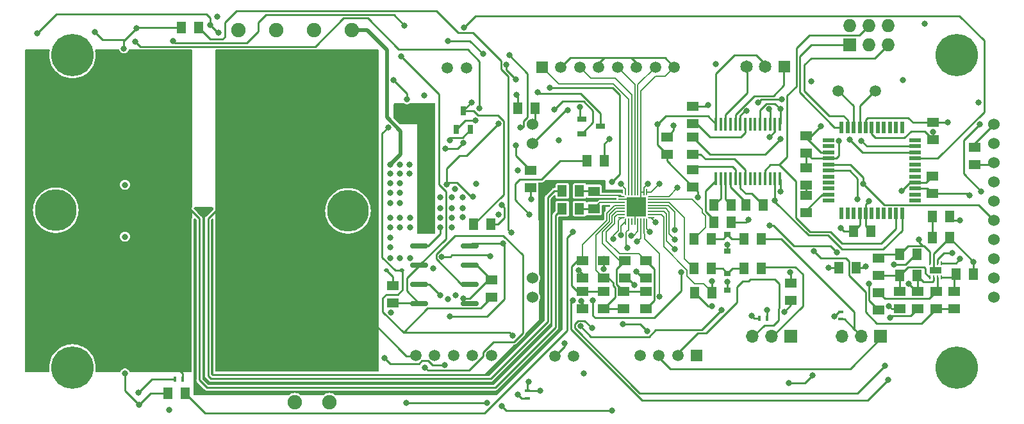
<source format=gbr>
%TF.GenerationSoftware,KiCad,Pcbnew,7.0.7*%
%TF.CreationDate,2024-03-21T09:31:29-04:00*%
%TF.ProjectId,BMB,424d422e-6b69-4636-9164-5f7063625858,rev?*%
%TF.SameCoordinates,Original*%
%TF.FileFunction,Copper,L4,Bot*%
%TF.FilePolarity,Positive*%
%FSLAX46Y46*%
G04 Gerber Fmt 4.6, Leading zero omitted, Abs format (unit mm)*
G04 Created by KiCad (PCBNEW 7.0.7) date 2024-03-21 09:31:29*
%MOMM*%
%LPD*%
G01*
G04 APERTURE LIST*
G04 Aperture macros list*
%AMRoundRect*
0 Rectangle with rounded corners*
0 $1 Rounding radius*
0 $2 $3 $4 $5 $6 $7 $8 $9 X,Y pos of 4 corners*
0 Add a 4 corners polygon primitive as box body*
4,1,4,$2,$3,$4,$5,$6,$7,$8,$9,$2,$3,0*
0 Add four circle primitives for the rounded corners*
1,1,$1+$1,$2,$3*
1,1,$1+$1,$4,$5*
1,1,$1+$1,$6,$7*
1,1,$1+$1,$8,$9*
0 Add four rect primitives between the rounded corners*
20,1,$1+$1,$2,$3,$4,$5,0*
20,1,$1+$1,$4,$5,$6,$7,0*
20,1,$1+$1,$6,$7,$8,$9,0*
20,1,$1+$1,$8,$9,$2,$3,0*%
%AMFreePoly0*
4,1,14,0.385355,0.085355,0.400000,0.050000,0.400000,0.020711,0.385355,-0.014645,0.314644,-0.085355,0.279289,-0.100000,-0.350000,-0.100000,-0.385355,-0.085355,-0.400000,-0.050000,-0.400000,0.050000,-0.385355,0.085355,-0.350000,0.100000,0.350000,0.100000,0.385355,0.085355,0.385355,0.085355,$1*%
%AMFreePoly1*
4,1,14,0.314644,0.085355,0.385355,0.014644,0.400000,-0.020711,0.400000,-0.050000,0.385355,-0.085355,0.350000,-0.100000,-0.350000,-0.100000,-0.385355,-0.085355,-0.400000,-0.050000,-0.400000,0.050000,-0.385355,0.085355,-0.350000,0.100000,0.279289,0.100000,0.314644,0.085355,0.314644,0.085355,$1*%
%AMFreePoly2*
4,1,14,0.085355,0.385355,0.100000,0.350000,0.100000,-0.350000,0.085355,-0.385355,0.050000,-0.400000,0.020711,-0.400000,-0.014645,-0.385355,-0.085355,-0.314644,-0.100000,-0.279289,-0.100000,0.350000,-0.085355,0.385355,-0.050000,0.400000,0.050000,0.400000,0.085355,0.385355,0.085355,0.385355,$1*%
%AMFreePoly3*
4,1,14,0.085355,0.385355,0.100000,0.350000,0.100000,-0.279289,0.085355,-0.314645,0.014644,-0.385355,-0.020711,-0.400000,-0.050000,-0.400000,-0.085355,-0.385355,-0.100000,-0.350000,-0.100000,0.350000,-0.085355,0.385355,-0.050000,0.400000,0.050000,0.400000,0.085355,0.385355,0.085355,0.385355,$1*%
%AMFreePoly4*
4,1,14,0.385355,0.085355,0.400000,0.050000,0.400000,-0.050000,0.385355,-0.085355,0.350000,-0.100000,-0.350000,-0.100000,-0.385355,-0.085355,-0.400000,-0.050000,-0.400000,-0.020711,-0.385355,0.014644,-0.314645,0.085355,-0.279289,0.100000,0.350000,0.100000,0.385355,0.085355,0.385355,0.085355,$1*%
%AMFreePoly5*
4,1,14,0.385355,0.085355,0.400000,0.050000,0.400000,-0.050000,0.385355,-0.085355,0.350000,-0.100000,-0.279289,-0.100000,-0.314645,-0.085355,-0.385355,-0.014644,-0.400000,0.020711,-0.400000,0.050000,-0.385355,0.085355,-0.350000,0.100000,0.350000,0.100000,0.385355,0.085355,0.385355,0.085355,$1*%
%AMFreePoly6*
4,1,14,0.014644,0.385355,0.085355,0.314644,0.100000,0.279289,0.100000,-0.350000,0.085355,-0.385355,0.050000,-0.400000,-0.050000,-0.400000,-0.085355,-0.385355,-0.100000,-0.350000,-0.100000,0.350000,-0.085355,0.385355,-0.050000,0.400000,-0.020711,0.400000,0.014644,0.385355,0.014644,0.385355,$1*%
%AMFreePoly7*
4,1,14,0.085355,0.385355,0.100000,0.350000,0.100000,-0.350000,0.085355,-0.385355,0.050000,-0.400000,-0.050000,-0.400000,-0.085355,-0.385355,-0.100000,-0.350000,-0.100000,0.279289,-0.085355,0.314644,-0.014645,0.385355,0.020711,0.400000,0.050000,0.400000,0.085355,0.385355,0.085355,0.385355,$1*%
G04 Aperture macros list end*
%TA.AperFunction,ComponentPad*%
%ADD10C,1.905000*%
%TD*%
%TA.AperFunction,ComponentPad*%
%ADD11C,5.500000*%
%TD*%
%TA.AperFunction,ComponentPad*%
%ADD12R,5.500000X5.500000*%
%TD*%
%TA.AperFunction,ComponentPad*%
%ADD13C,5.600000*%
%TD*%
%TA.AperFunction,ComponentPad*%
%ADD14R,1.727200X1.727200*%
%TD*%
%TA.AperFunction,ComponentPad*%
%ADD15O,1.727200X1.727200*%
%TD*%
%TA.AperFunction,ComponentPad*%
%ADD16C,1.524000*%
%TD*%
%TA.AperFunction,SMDPad,CuDef*%
%ADD17R,1.524000X1.270000*%
%TD*%
%TA.AperFunction,SMDPad,CuDef*%
%ADD18R,1.270000X1.524000*%
%TD*%
%TA.AperFunction,SMDPad,CuDef*%
%ADD19R,0.400050X0.701040*%
%TD*%
%TA.AperFunction,SMDPad,CuDef*%
%ADD20R,0.250000X0.500000*%
%TD*%
%TA.AperFunction,SMDPad,CuDef*%
%ADD21R,1.600000X0.900000*%
%TD*%
%TA.AperFunction,SMDPad,CuDef*%
%ADD22R,1.300860X0.800100*%
%TD*%
%TA.AperFunction,ComponentPad*%
%ADD23C,1.498600*%
%TD*%
%TA.AperFunction,SMDPad,CuDef*%
%ADD24R,0.800100X1.300860*%
%TD*%
%TA.AperFunction,SMDPad,CuDef*%
%ADD25R,0.701040X0.400050*%
%TD*%
%TA.AperFunction,SMDPad,CuDef*%
%ADD26R,0.838200X0.635000*%
%TD*%
%TA.AperFunction,ComponentPad*%
%ADD27C,1.501140*%
%TD*%
%TA.AperFunction,ComponentPad*%
%ADD28R,1.508000X1.508000*%
%TD*%
%TA.AperFunction,ComponentPad*%
%ADD29C,1.508000*%
%TD*%
%TA.AperFunction,SMDPad,CuDef*%
%ADD30R,0.450000X1.750000*%
%TD*%
%TA.AperFunction,ComponentPad*%
%ADD31R,1.700000X1.700000*%
%TD*%
%TA.AperFunction,ComponentPad*%
%ADD32O,1.700000X1.700000*%
%TD*%
%TA.AperFunction,SMDPad,CuDef*%
%ADD33R,1.500000X0.550000*%
%TD*%
%TA.AperFunction,SMDPad,CuDef*%
%ADD34R,0.550000X1.500000*%
%TD*%
%TA.AperFunction,ComponentPad*%
%ADD35R,1.650000X1.650000*%
%TD*%
%TA.AperFunction,ComponentPad*%
%ADD36C,1.650000*%
%TD*%
%TA.AperFunction,SMDPad,CuDef*%
%ADD37RoundRect,0.112500X-0.187500X-0.112500X0.187500X-0.112500X0.187500X0.112500X-0.187500X0.112500X0*%
%TD*%
%TA.AperFunction,SMDPad,CuDef*%
%ADD38R,3.048000X3.683000*%
%TD*%
%TA.AperFunction,SMDPad,CuDef*%
%ADD39RoundRect,0.162500X-1.012500X-0.162500X1.012500X-0.162500X1.012500X0.162500X-1.012500X0.162500X0*%
%TD*%
%TA.AperFunction,SMDPad,CuDef*%
%ADD40FreePoly0,0.000000*%
%TD*%
%TA.AperFunction,SMDPad,CuDef*%
%ADD41RoundRect,0.050000X-0.350000X-0.050000X0.350000X-0.050000X0.350000X0.050000X-0.350000X0.050000X0*%
%TD*%
%TA.AperFunction,SMDPad,CuDef*%
%ADD42FreePoly1,0.000000*%
%TD*%
%TA.AperFunction,SMDPad,CuDef*%
%ADD43FreePoly2,0.000000*%
%TD*%
%TA.AperFunction,SMDPad,CuDef*%
%ADD44RoundRect,0.050000X-0.050000X-0.350000X0.050000X-0.350000X0.050000X0.350000X-0.050000X0.350000X0*%
%TD*%
%TA.AperFunction,SMDPad,CuDef*%
%ADD45FreePoly3,0.000000*%
%TD*%
%TA.AperFunction,SMDPad,CuDef*%
%ADD46FreePoly4,0.000000*%
%TD*%
%TA.AperFunction,SMDPad,CuDef*%
%ADD47FreePoly5,0.000000*%
%TD*%
%TA.AperFunction,SMDPad,CuDef*%
%ADD48FreePoly6,0.000000*%
%TD*%
%TA.AperFunction,SMDPad,CuDef*%
%ADD49FreePoly7,0.000000*%
%TD*%
%TA.AperFunction,SMDPad,CuDef*%
%ADD50R,2.650000X2.650000*%
%TD*%
%TA.AperFunction,ViaPad*%
%ADD51C,0.800000*%
%TD*%
%TA.AperFunction,Conductor*%
%ADD52C,0.250000*%
%TD*%
%TA.AperFunction,Conductor*%
%ADD53C,0.254000*%
%TD*%
%TA.AperFunction,Conductor*%
%ADD54C,0.152400*%
%TD*%
%TA.AperFunction,Conductor*%
%ADD55C,0.508000*%
%TD*%
G04 APERTURE END LIST*
D10*
%TO.P,FUSE1,1,1*%
%TO.N,Net-(Q3-D)*%
X121666000Y-76454000D03*
%TD*%
D11*
%TO.P,PACK1,1,Pin_1*%
%TO.N,/PACK+*%
X97536000Y-100258000D03*
D12*
%TO.P,PACK1,2,Pin_2*%
%TO.N,GNDPWR*%
X97536000Y-91258000D03*
%TD*%
D10*
%TO.P,12V1,1,1*%
%TO.N,+12V*%
X136652000Y-76454000D03*
%TD*%
D13*
%TO.P,Mount1,1,1*%
%TO.N,unconnected-(Mount1-Pad1)*%
X99745800Y-79756000D03*
%TD*%
%TO.P,Mount2,1,1*%
%TO.N,unconnected-(Mount2-Pad1)*%
X99745800Y-121031000D03*
%TD*%
D10*
%TO.P,3.3V1,1,1*%
%TO.N,+3.3V*%
X131656666Y-76454000D03*
%TD*%
D14*
%TO.P,PROG1,1*%
%TO.N,Net-(IC1-PDI_DATA)*%
X202428000Y-78364000D03*
D15*
%TO.P,PROG1,2*%
%TO.N,+3.3V*%
X202428000Y-75824000D03*
%TO.P,PROG1,3*%
%TO.N,/RX_MCU*%
X204968000Y-78364000D03*
%TO.P,PROG1,4*%
%TO.N,/TX_MCU*%
X204968000Y-75824000D03*
%TO.P,PROG1,5*%
%TO.N,Net-(IC1-~{RESET}{slash}PDI_CLK)*%
X207508000Y-78364000D03*
%TO.P,PROG1,6*%
%TO.N,GNDPWR*%
X207508000Y-75824000D03*
%TD*%
D16*
%TO.P,U8,1,VSS*%
%TO.N,GNDPWR*%
X221488000Y-111760000D03*
%TO.P,U8,2,REGVDD*%
X221488000Y-109220000D03*
%TO.P,U8,3,VDD*%
%TO.N,+3.3V*%
X221488000Y-106680000D03*
%TO.P,U8,4,VDDIO*%
X221488000Y-104140000D03*
%TO.P,U8,5,SCLK*%
%TO.N,/SCL*%
X221488000Y-101600000D03*
%TO.P,U8,6,SID*%
%TO.N,/SDA*%
X221488000Y-99060000D03*
%TO.P,U8,7,SOO*%
X221488000Y-96520000D03*
%TO.P,U8,8,VCOMH*%
%TO.N,Net-(U8-VCOMH)*%
X221488000Y-93980000D03*
%TO.P,U8,9,VCC*%
%TO.N,+12V*%
X221488000Y-91440000D03*
%TO.P,U8,10,VLSS*%
%TO.N,GNDPWR*%
X221488000Y-88900000D03*
%TO.P,U8,11,IREF*%
%TO.N,Net-(U8-IREF)*%
X160528000Y-88900000D03*
%TO.P,U8,12,RES*%
%TO.N,/OLED_RES*%
X160528000Y-91440000D03*
%TO.P,U8,19,CS*%
%TO.N,GNDPWR*%
X160528000Y-109220000D03*
%TO.P,U8,20,BS1*%
%TO.N,+3.3V*%
X160528000Y-111760000D03*
%TD*%
D13*
%TO.P,Mount3,1,1*%
%TO.N,unconnected-(Mount3-Pad1)*%
X216585800Y-79756000D03*
%TD*%
D10*
%TO.P,Vin1,1,1*%
%TO.N,/Vin*%
X126661333Y-76454000D03*
%TD*%
D13*
%TO.P,Mount4,1,1*%
%TO.N,unconnected-(Mount4-Pad1)*%
X216585800Y-121031000D03*
%TD*%
D10*
%TO.P,GNDPWR1,1,1*%
%TO.N,GNDPWR*%
X129133600Y-125603000D03*
%TD*%
%TO.P,BAT-1,1,1*%
%TO.N,GND1*%
X133680200Y-125603000D03*
%TD*%
D11*
%TO.P,BAT1,1,Pin_1*%
%TO.N,/BAT+*%
X136144000Y-100330000D03*
D12*
%TO.P,BAT1,2,Pin_2*%
%TO.N,GND1*%
X136144000Y-109330000D03*
%TD*%
D17*
%TO.P,R9,1*%
%TO.N,Net-(BALANCE1-Pin_4)*%
X167132000Y-109220000D03*
%TO.P,R9,2*%
%TO.N,Net-(U7-VC1)*%
X167132000Y-106934000D03*
%TD*%
D18*
%TO.P,R5,1*%
%TO.N,Net-(BALANCE1-Pin_4)*%
X211328000Y-106045000D03*
%TO.P,R5,2*%
%TO.N,Net-(U2-V1)*%
X209042000Y-106045000D03*
%TD*%
%TO.P,R16,1*%
%TO.N,Net-(U2-REG)*%
X215646000Y-101092000D03*
%TO.P,R16,2*%
%TO.N,Net-(C12-Pad2)*%
X213360000Y-101092000D03*
%TD*%
%TO.P,C21,1*%
%TO.N,Net-(U7-PTC)*%
X184277000Y-111125000D03*
%TO.P,C21,2*%
%TO.N,/Vin*%
X181991000Y-111125000D03*
%TD*%
%TO.P,R29,1*%
%TO.N,Net-(R29-Pad1)*%
X114122200Y-76123800D03*
%TO.P,R29,2*%
%TO.N,Net-(U7-DSG)*%
X116408200Y-76123800D03*
%TD*%
D17*
%TO.P,C37,1*%
%TO.N,GNDPWR*%
X213487000Y-88646000D03*
%TO.P,C37,2*%
%TO.N,+3.3V*%
X213487000Y-90932000D03*
%TD*%
%TO.P,R25,1*%
%TO.N,Net-(R25-Pad1)*%
X142036800Y-112471200D03*
%TO.P,R25,2*%
%TO.N,Net-(D9-K)*%
X142036800Y-110185200D03*
%TD*%
%TO.P,R47,1*%
%TO.N,/REED_OUT*%
X155117800Y-111760000D03*
%TO.P,R47,2*%
%TO.N,GNDPWR*%
X155117800Y-109474000D03*
%TD*%
D19*
%TO.P,U16,1*%
%TO.N,Net-(SMBC_SEL1-C)*%
X191516000Y-114554000D03*
%TO.P,U16,2*%
%TO.N,GNDPWR*%
X190515240Y-114554000D03*
%TD*%
D18*
%TO.P,C34,1*%
%TO.N,Net-(U20-C3-)*%
X188722000Y-99568000D03*
%TO.P,C34,2*%
%TO.N,Net-(U20-C3+)*%
X191008000Y-99568000D03*
%TD*%
%TO.P,C7,1*%
%TO.N,Net-(U2-V3)*%
X211328000Y-108839000D03*
%TO.P,C7,2*%
%TO.N,Net-(U2-V2)*%
X209042000Y-108839000D03*
%TD*%
D17*
%TO.P,C27,1*%
%TO.N,Net-(U20-V+)*%
X181737000Y-94869000D03*
%TO.P,C27,2*%
%TO.N,GND*%
X181737000Y-97155000D03*
%TD*%
D18*
%TO.P,R32,1*%
%TO.N,Net-(U7-SMBC)*%
X181864000Y-107950000D03*
%TO.P,R32,2*%
%TO.N,Net-(R32-Pad2)*%
X184150000Y-107950000D03*
%TD*%
D20*
%TO.P,U2,1,VDD*%
%TO.N,Net-(U2-VDD)*%
X214557000Y-109150000D03*
%TO.P,U2,2,V4*%
%TO.N,Net-(U2-V4)*%
X214057000Y-109150000D03*
%TO.P,U2,3,V3*%
%TO.N,Net-(U2-V3)*%
X213557000Y-109150000D03*
%TO.P,U2,4,V2*%
%TO.N,Net-(U2-V2)*%
X213057000Y-109150000D03*
%TO.P,U2,5,V1*%
%TO.N,Net-(U2-V1)*%
X213057000Y-107250000D03*
%TO.P,U2,6,VSS*%
%TO.N,GND1*%
X213557000Y-107250000D03*
%TO.P,U2,7,REG*%
%TO.N,Net-(U2-REG)*%
X214057000Y-107250000D03*
%TO.P,U2,8,OUT*%
%TO.N,Net-(U2-OUT)*%
X214557000Y-107250000D03*
D21*
%TO.P,U2,9,PWPD*%
%TO.N,GND1*%
X213807000Y-108200000D03*
%TD*%
D18*
%TO.P,C14,1*%
%TO.N,GND1*%
X170053000Y-93726000D03*
%TO.P,C14,2*%
%TO.N,Net-(U7-PBI)*%
X167767000Y-93726000D03*
%TD*%
%TO.P,R15,1*%
%TO.N,Net-(U7-SRN)*%
X166751000Y-100025200D03*
%TO.P,R15,2*%
%TO.N,GNDPWR*%
X164465000Y-100025200D03*
%TD*%
D22*
%TO.P,Q2,1,D*%
%TO.N,Net-(Q2-D)*%
X169526140Y-89179400D03*
%TO.P,Q2,2,G*%
%TO.N,/LDO_EN*%
X167023860Y-90129400D03*
%TO.P,Q2,3,S*%
%TO.N,GNDPWR*%
X167023860Y-88229400D03*
%TD*%
D23*
%TO.P,SYS_PRES1,1,Pin_1*%
%TO.N,/POD_SYS_PRES*%
X149275800Y-81407000D03*
%TO.P,SYS_PRES1,2,Pin_2*%
%TO.N,/Vin*%
X151775799Y-81407000D03*
%TD*%
D17*
%TO.P,C36,1*%
%TO.N,GNDPWR*%
X196723000Y-92710000D03*
%TO.P,C36,2*%
%TO.N,+3.3V*%
X196723000Y-90424000D03*
%TD*%
%TO.P,R1,1*%
%TO.N,/BAT+*%
X216281000Y-113284000D03*
%TO.P,R1,2*%
%TO.N,Net-(U2-VDD)*%
X216281000Y-110998000D03*
%TD*%
D18*
%TO.P,R39,1*%
%TO.N,Net-(R32-Pad2)*%
X188468000Y-107950000D03*
%TO.P,R39,2*%
%TO.N,Net-(SMBC_SEL1-C)*%
X190754000Y-107950000D03*
%TD*%
%TO.P,R42,1*%
%TO.N,+3.3V*%
X203327000Y-107823000D03*
%TO.P,R42,2*%
%TO.N,/SDA*%
X201041000Y-107823000D03*
%TD*%
%TO.P,C13,1*%
%TO.N,GND1*%
X218821000Y-108712000D03*
%TO.P,C13,2*%
%TO.N,Net-(U2-VDD)*%
X216535000Y-108712000D03*
%TD*%
D17*
%TO.P,R43,1*%
%TO.N,+3.3V*%
X194691000Y-109855000D03*
%TO.P,R43,2*%
%TO.N,/SCL*%
X194691000Y-112141000D03*
%TD*%
%TO.P,R2,1*%
%TO.N,/BAT+*%
X213868000Y-113284000D03*
%TO.P,R2,2*%
%TO.N,Net-(U2-V4)*%
X213868000Y-110998000D03*
%TD*%
D24*
%TO.P,Q4,1,D*%
%TO.N,/REED_MCU*%
X151384000Y-87090060D03*
%TO.P,Q4,2,G*%
%TO.N,/REED_OUT*%
X152334000Y-89592340D03*
%TO.P,Q4,3,S*%
%TO.N,GNDPWR*%
X150434000Y-89592340D03*
%TD*%
D25*
%TO.P,U18,1*%
%TO.N,/PRES{slash}SHUTDN*%
X159893000Y-124087890D03*
%TO.P,U18,2*%
%TO.N,GNDPWR*%
X159893000Y-125088650D03*
%TD*%
D18*
%TO.P,R27,1*%
%TO.N,Net-(U8-IREF)*%
X160909000Y-86741000D03*
%TO.P,R27,2*%
%TO.N,GNDPWR*%
X158623000Y-86741000D03*
%TD*%
D26*
%TO.P,U14,1*%
%TO.N,GNDPWR*%
X186309000Y-105664000D03*
%TO.P,U14,2*%
%TO.N,Net-(R33-Pad2)*%
X186309000Y-103428800D03*
%TD*%
D27*
%TO.P,Y1,1,1*%
%TO.N,Net-(IC1-PR1{slash}XTAL1{slash}TOSC1)*%
X205793340Y-84455000D03*
%TO.P,Y1,2,2*%
%TO.N,Net-(IC1-PR0{slash}XTAL2{slash}TOSC2)*%
X200911460Y-84455000D03*
%TD*%
D19*
%TO.P,U19,1*%
%TO.N,/PACK+*%
X113292890Y-122555000D03*
%TO.P,U19,2*%
%TO.N,GNDPWR*%
X114293650Y-122555000D03*
%TD*%
D17*
%TO.P,R4,1*%
%TO.N,Net-(BALANCE1-Pin_3)*%
X209042000Y-113284000D03*
%TO.P,R4,2*%
%TO.N,Net-(U2-V2)*%
X209042000Y-110998000D03*
%TD*%
%TO.P,C4,1*%
%TO.N,Net-(U7-VC2)*%
X169926000Y-113284000D03*
%TO.P,C4,2*%
%TO.N,Net-(U7-VC1)*%
X169926000Y-110998000D03*
%TD*%
%TO.P,C33,1*%
%TO.N,Net-(U20-C2-)*%
X181737000Y-86487000D03*
%TO.P,C33,2*%
%TO.N,Net-(U20-C2+)*%
X181737000Y-88773000D03*
%TD*%
D28*
%TO.P,THERMS1,1,Pin_1*%
%TO.N,Net-(THERMS1-Pin_1)*%
X161782850Y-81326600D03*
D29*
%TO.P,THERMS1,2,Pin_2*%
%TO.N,GND1*%
X164282850Y-81326600D03*
%TO.P,THERMS1,3,Pin_3*%
%TO.N,Net-(THERMS1-Pin_3)*%
X166782850Y-81326600D03*
%TO.P,THERMS1,4,Pin_4*%
%TO.N,GND1*%
X169282850Y-81326600D03*
%TO.P,THERMS1,5,Pin_5*%
%TO.N,Net-(THERMS1-Pin_5)*%
X171782850Y-81326600D03*
%TO.P,THERMS1,6,Pin_6*%
%TO.N,GND1*%
X174282850Y-81326600D03*
%TO.P,THERMS1,7,Pin_7*%
%TO.N,Net-(THERMS1-Pin_7)*%
X176782850Y-81326600D03*
%TO.P,THERMS1,8,Pin_8*%
%TO.N,GND1*%
X179282850Y-81326600D03*
%TD*%
D17*
%TO.P,R44,1*%
%TO.N,Net-(D7-A)*%
X196723000Y-98298000D03*
%TO.P,R44,2*%
%TO.N,Net-(IC1-PD4{slash}OC1A{slash}~{SS})*%
X196723000Y-100584000D03*
%TD*%
D18*
%TO.P,R40,1*%
%TO.N,Net-(R33-Pad2)*%
X188468000Y-104013000D03*
%TO.P,R40,2*%
%TO.N,Net-(SMBD_SEL1-C)*%
X190754000Y-104013000D03*
%TD*%
%TO.P,C31,1*%
%TO.N,GNDPWR*%
X205232000Y-102997000D03*
%TO.P,C31,2*%
%TO.N,+3.3V*%
X202946000Y-102997000D03*
%TD*%
%TO.P,C35,1*%
%TO.N,Net-(U20-C4-)*%
X184531000Y-99568000D03*
%TO.P,C35,2*%
%TO.N,Net-(U20-C4+)*%
X186817000Y-99568000D03*
%TD*%
D17*
%TO.P,R7,1*%
%TO.N,Net-(BALANCE1-Pin_2)*%
X172720000Y-109220000D03*
%TO.P,R7,2*%
%TO.N,Net-(U7-VC3)*%
X172720000Y-106934000D03*
%TD*%
%TO.P,D7,1,K*%
%TO.N,GNDPWR*%
X196723000Y-94615000D03*
%TO.P,D7,2,A*%
%TO.N,Net-(D7-A)*%
X196723000Y-96901000D03*
%TD*%
D28*
%TO.P,SMBUS_OUT1,1,Pin_1*%
%TO.N,GNDPWR*%
X182227150Y-119435000D03*
D29*
%TO.P,SMBUS_OUT1,2,Pin_2*%
%TO.N,Net-(SMBC_SEL1-B)*%
X179727150Y-119435000D03*
%TO.P,SMBUS_OUT1,3,Pin_3*%
%TO.N,Net-(SMBD_SEL1-A)*%
X177227150Y-119435000D03*
%TO.P,SMBUS_OUT1,4,Pin_4*%
%TO.N,unconnected-(SMBUS_OUT1-Pin_4-Pad4)*%
X174727150Y-119435000D03*
%TD*%
D17*
%TO.P,C8,1*%
%TO.N,Net-(U2-V2)*%
X206248000Y-108839000D03*
%TO.P,C8,2*%
%TO.N,Net-(U2-V1)*%
X206248000Y-106553000D03*
%TD*%
%TO.P,C3,1*%
%TO.N,Net-(U7-VC3)*%
X172593000Y-110998000D03*
%TO.P,C3,2*%
%TO.N,Net-(U7-VC2)*%
X172593000Y-113284000D03*
%TD*%
D25*
%TO.P,U17,1*%
%TO.N,Net-(SMBD_SEL1-C)*%
X201295000Y-114665760D03*
%TO.P,U17,2*%
%TO.N,GNDPWR*%
X201295000Y-113665000D03*
%TD*%
D17*
%TO.P,R3,1*%
%TO.N,Net-(BALANCE1-Pin_2)*%
X211455000Y-113284000D03*
%TO.P,R3,2*%
%TO.N,Net-(U2-V3)*%
X211455000Y-110998000D03*
%TD*%
D18*
%TO.P,R28,1*%
%TO.N,Net-(R28-Pad1)*%
X112369600Y-124460000D03*
%TO.P,R28,2*%
%TO.N,Net-(U7-DSG)*%
X114655600Y-124460000D03*
%TD*%
D23*
%TO.P,BALANCE1,1,Pin_1*%
%TO.N,/BAT+*%
X155088600Y-119463500D03*
%TO.P,BALANCE1,2,Pin_2*%
%TO.N,Net-(BALANCE1-Pin_2)*%
X152588600Y-119463500D03*
%TO.P,BALANCE1,3,Pin_3*%
%TO.N,Net-(BALANCE1-Pin_3)*%
X150088600Y-119463500D03*
%TO.P,BALANCE1,4,Pin_4*%
%TO.N,Net-(BALANCE1-Pin_4)*%
X147588600Y-119463500D03*
%TO.P,BALANCE1,5,Pin_5*%
%TO.N,GND1*%
X145088600Y-119463500D03*
%TD*%
D17*
%TO.P,C30,1*%
%TO.N,GNDPWR*%
X213360000Y-95758000D03*
%TO.P,C30,2*%
%TO.N,+3.3V*%
X213360000Y-98044000D03*
%TD*%
%TO.P,R8,1*%
%TO.N,Net-(BALANCE1-Pin_3)*%
X169926000Y-106934000D03*
%TO.P,R8,2*%
%TO.N,Net-(U7-VC2)*%
X169926000Y-109220000D03*
%TD*%
D30*
%TO.P,U20,1,C1-*%
%TO.N,Net-(U20-C1-)*%
X193201000Y-96056000D03*
%TO.P,U20,2,R1OUT*%
%TO.N,/RX_MCU*%
X192551000Y-96056000D03*
%TO.P,U20,3,R2OUT*%
%TO.N,unconnected-(U20-R2OUT-Pad3)*%
X191901000Y-96056000D03*
%TO.P,U20,4,T1IN*%
%TO.N,/TX_MCU*%
X191251000Y-96056000D03*
%TO.P,U20,5,T2IN*%
%TO.N,unconnected-(U20-T2IN-Pad5)*%
X190601000Y-96056000D03*
%TO.P,U20,6,NC*%
%TO.N,unconnected-(U20-NC-Pad6)*%
X189951000Y-96056000D03*
%TO.P,U20,7,NC*%
%TO.N,unconnected-(U20-NC-Pad7)*%
X189301000Y-96056000D03*
%TO.P,U20,8,C1+*%
%TO.N,Net-(U20-C1+)*%
X188651000Y-96056000D03*
%TO.P,U20,9,C3+*%
%TO.N,Net-(U20-C3+)*%
X188001000Y-96056000D03*
%TO.P,U20,10,V+*%
%TO.N,Net-(U20-V+)*%
X187351000Y-96056000D03*
%TO.P,U20,11,C3-*%
%TO.N,Net-(U20-C3-)*%
X186701000Y-96056000D03*
%TO.P,U20,12,C4+*%
%TO.N,Net-(U20-C4+)*%
X186051000Y-96056000D03*
%TO.P,U20,13,C4-*%
%TO.N,Net-(U20-C4-)*%
X185401000Y-96056000D03*
%TO.P,U20,14,V-*%
%TO.N,Net-(U20-V-)*%
X184751000Y-96056000D03*
%TO.P,U20,15,ISOCOM*%
%TO.N,GND*%
X184751000Y-88856000D03*
%TO.P,U20,16,T2OUT*%
%TO.N,unconnected-(U20-T2OUT-Pad16)*%
X185401000Y-88856000D03*
%TO.P,U20,17,T1OUT*%
%TO.N,/TX_OUT*%
X186051000Y-88856000D03*
%TO.P,U20,18,R2IN*%
%TO.N,unconnected-(U20-R2IN-Pad18)*%
X186701000Y-88856000D03*
%TO.P,U20,19,R1IN*%
%TO.N,/RX_OUT*%
X187351000Y-88856000D03*
%TO.P,U20,20,ISOVcc*%
%TO.N,Net-(U20-ISOVcc)*%
X188001000Y-88856000D03*
%TO.P,U20,21,C2+*%
%TO.N,Net-(U20-C2+)*%
X188651000Y-88856000D03*
%TO.P,U20,22,NC*%
%TO.N,unconnected-(U20-NC-Pad22)*%
X189301000Y-88856000D03*
%TO.P,U20,23,NC*%
%TO.N,unconnected-(U20-NC-Pad23)*%
X189951000Y-88856000D03*
%TO.P,U20,24,/SHDN*%
%TO.N,+3.3V*%
X190601000Y-88856000D03*
%TO.P,U20,25,/FAULT*%
%TO.N,unconnected-(U20-{slash}FAULT-Pad25)*%
X191251000Y-88856000D03*
%TO.P,U20,26,GND*%
%TO.N,GNDPWR*%
X191901000Y-88856000D03*
%TO.P,U20,27,C2-*%
%TO.N,Net-(U20-C2-)*%
X192551000Y-88856000D03*
%TO.P,U20,28,Vcc*%
%TO.N,+3.3V*%
X193201000Y-88856000D03*
%TD*%
D31*
%TO.P,SMBC_SEL1,1,A*%
%TO.N,/SCL*%
X194625200Y-116941600D03*
D32*
%TO.P,SMBC_SEL1,2,C*%
%TO.N,Net-(SMBC_SEL1-C)*%
X192085200Y-116941600D03*
%TO.P,SMBC_SEL1,3,B*%
%TO.N,Net-(SMBC_SEL1-B)*%
X189545200Y-116941600D03*
%TD*%
D33*
%TO.P,IC1,1,AC5/ADC5/PA5*%
%TO.N,unconnected-(IC1-AC5{slash}ADC5{slash}PA5-Pad1)*%
X211059000Y-90996000D03*
%TO.P,IC1,2,AC1OUT/AC6/ADC6/PA6*%
%TO.N,Net-(IC1-AC1OUT{slash}AC6{slash}ADC6{slash}PA6)*%
X211059000Y-91796000D03*
%TO.P,IC1,3,AC0OUT/AC7/ADC7/PA7*%
%TO.N,/OLED_RES*%
X211059000Y-92596000D03*
%TO.P,IC1,4,AREFB/ADC8/PB0*%
%TO.N,/REED_MCU*%
X211059000Y-93396000D03*
%TO.P,IC1,5,ADC9/PB1*%
%TO.N,unconnected-(IC1-ADC9{slash}PB1-Pad5)*%
X211059000Y-94196000D03*
%TO.P,IC1,6,DAC0/ADC10/PB2*%
%TO.N,unconnected-(IC1-DAC0{slash}ADC10{slash}PB2-Pad6)*%
X211059000Y-94996000D03*
%TO.P,IC1,7,DAC1/ACD11/PB3*%
%TO.N,unconnected-(IC1-DAC1{slash}ACD11{slash}PB3-Pad7)*%
X211059000Y-95796000D03*
%TO.P,IC1,8,GND*%
%TO.N,GNDPWR*%
X211059000Y-96596000D03*
%TO.P,IC1,9,VCC*%
%TO.N,+3.3V*%
X211059000Y-97396000D03*
%TO.P,IC1,10,SDAIN/SDA/~{OC0ALS}/OC0A/PC0*%
%TO.N,unconnected-(IC1-SDAIN{slash}SDA{slash}~{OC0ALS}{slash}OC0A{slash}PC0-Pad10)*%
X211059000Y-98196000D03*
%TO.P,IC1,11,SCLIN/SCL/XCK0/OC0AHS/OC0B/PC1*%
%TO.N,unconnected-(IC1-SCLIN{slash}SCL{slash}XCK0{slash}OC0AHS{slash}OC0B{slash}PC1-Pad11)*%
X211059000Y-98996000D03*
D34*
%TO.P,IC1,12,SDAOUT/RXD0/~{OC0BLS}/OC0C/PC2*%
%TO.N,/RX_MCU*%
X209359000Y-100696000D03*
%TO.P,IC1,13,SCLOUT/TXD0/OC0BHS/OC0D/PC3*%
%TO.N,/TX_MCU*%
X208559000Y-100696000D03*
%TO.P,IC1,14,~{SS}/~{OC0CLS}/OC1A/PC4*%
%TO.N,unconnected-(IC1-~{SS}{slash}~{OC0CLS}{slash}OC1A{slash}PC4-Pad14)*%
X207759000Y-100696000D03*
%TO.P,IC1,15,MOSI/XCK1/OC0CHS/OC1B/PC5*%
%TO.N,unconnected-(IC1-MOSI{slash}XCK1{slash}OC0CHS{slash}OC1B{slash}PC5-Pad15)*%
X206959000Y-100696000D03*
%TO.P,IC1,16,CLKRTC/MISO/RXD1/~{OC0DLS}/PC6*%
%TO.N,unconnected-(IC1-CLKRTC{slash}MISO{slash}RXD1{slash}~{OC0DLS}{slash}PC6-Pad16)*%
X206159000Y-100696000D03*
%TO.P,IC1,17,EVOUT/CLKOUT/SCK/TXD1/OC0DHS/PC7*%
%TO.N,unconnected-(IC1-EVOUT{slash}CLKOUT{slash}SCK{slash}TXD1{slash}OC0DHS{slash}PC7-Pad17)*%
X205359000Y-100696000D03*
%TO.P,IC1,18,GND*%
%TO.N,GNDPWR*%
X204559000Y-100696000D03*
%TO.P,IC1,19,VCC*%
%TO.N,+3.3V*%
X203759000Y-100696000D03*
%TO.P,IC1,20,PD0/OC0A*%
%TO.N,unconnected-(IC1-PD0{slash}OC0A-Pad20)*%
X202959000Y-100696000D03*
%TO.P,IC1,21,PD1/OC0B/XCK0*%
%TO.N,unconnected-(IC1-PD1{slash}OC0B{slash}XCK0-Pad21)*%
X202159000Y-100696000D03*
%TO.P,IC1,22,PD2/OC0C/RXD0*%
%TO.N,unconnected-(IC1-PD2{slash}OC0C{slash}RXD0-Pad22)*%
X201359000Y-100696000D03*
D33*
%TO.P,IC1,23,PD3/OC0D/TXD0*%
%TO.N,unconnected-(IC1-PD3{slash}OC0D{slash}TXD0-Pad23)*%
X199659000Y-98996000D03*
%TO.P,IC1,24,PD4/OC1A/~{SS}*%
%TO.N,Net-(IC1-PD4{slash}OC1A{slash}~{SS})*%
X199659000Y-98196000D03*
%TO.P,IC1,25,PD5/OC1B/XCK1/MOSI*%
%TO.N,unconnected-(IC1-PD5{slash}OC1B{slash}XCK1{slash}MOSI-Pad25)*%
X199659000Y-97396000D03*
%TO.P,IC1,26,PD6/D-/RXD1/MISO*%
%TO.N,unconnected-(IC1-PD6{slash}D-{slash}RXD1{slash}MISO-Pad26)*%
X199659000Y-96596000D03*
%TO.P,IC1,27,PD7/D+/TXD1/SCK/CLKOUT/EVOUT*%
%TO.N,unconnected-(IC1-PD7{slash}D+{slash}TXD1{slash}SCK{slash}CLKOUT{slash}EVOUT-Pad27)*%
X199659000Y-95796000D03*
%TO.P,IC1,28,PE0/OC0A/SDA*%
%TO.N,/SDA*%
X199659000Y-94996000D03*
%TO.P,IC1,29,PE1/OC0B/XCK0/SCL*%
%TO.N,/SCL*%
X199659000Y-94196000D03*
%TO.P,IC1,30,GND*%
%TO.N,GNDPWR*%
X199659000Y-93396000D03*
%TO.P,IC1,31,VCC*%
%TO.N,+3.3V*%
X199659000Y-92596000D03*
%TO.P,IC1,32,PE2/OC0C/RXD0*%
%TO.N,unconnected-(IC1-PE2{slash}OC0C{slash}RXD0-Pad32)*%
X199659000Y-91796000D03*
%TO.P,IC1,33,PE3/OC0D/TXD0*%
%TO.N,unconnected-(IC1-PE3{slash}OC0D{slash}TXD0-Pad33)*%
X199659000Y-90996000D03*
D34*
%TO.P,IC1,34,PDI_DATA*%
%TO.N,Net-(IC1-PDI_DATA)*%
X201359000Y-89296000D03*
%TO.P,IC1,35,~{RESET}/PDI_CLK*%
%TO.N,Net-(IC1-~{RESET}{slash}PDI_CLK)*%
X202159000Y-89296000D03*
%TO.P,IC1,36,PR0/XTAL2/TOSC2*%
%TO.N,Net-(IC1-PR0{slash}XTAL2{slash}TOSC2)*%
X202959000Y-89296000D03*
%TO.P,IC1,37,PR1/XTAL1/TOSC1*%
%TO.N,Net-(IC1-PR1{slash}XTAL1{slash}TOSC1)*%
X203759000Y-89296000D03*
%TO.P,IC1,38,GND*%
%TO.N,GNDPWR*%
X204559000Y-89296000D03*
%TO.P,IC1,39,AVCC*%
%TO.N,+3.3V*%
X205359000Y-89296000D03*
%TO.P,IC1,40,AREFA/AC0/ADC0/PA0*%
%TO.N,unconnected-(IC1-AREFA{slash}AC0{slash}ADC0{slash}PA0-Pad40)*%
X206159000Y-89296000D03*
%TO.P,IC1,41,AC1/ADC1/PA1*%
%TO.N,unconnected-(IC1-AC1{slash}ADC1{slash}PA1-Pad41)*%
X206959000Y-89296000D03*
%TO.P,IC1,42,AC2/ADC2/PA2*%
%TO.N,unconnected-(IC1-AC2{slash}ADC2{slash}PA2-Pad42)*%
X207759000Y-89296000D03*
%TO.P,IC1,43,AC3/ADC3/PA3*%
%TO.N,unconnected-(IC1-AC3{slash}ADC3{slash}PA3-Pad43)*%
X208559000Y-89296000D03*
%TO.P,IC1,44,AC4/ADC4/PA4*%
%TO.N,unconnected-(IC1-AC4{slash}ADC4{slash}PA4-Pad44)*%
X209359000Y-89296000D03*
%TD*%
D18*
%TO.P,R12,1*%
%TO.N,Net-(U7-SRP)*%
X166751000Y-97688400D03*
%TO.P,R12,2*%
%TO.N,GND1*%
X164465000Y-97688400D03*
%TD*%
D35*
%TO.P,SERIAL_OUT1,1,Pin_1*%
%TO.N,/RX_OUT*%
X193798200Y-81254600D03*
D36*
%TO.P,SERIAL_OUT1,2,Pin_2*%
%TO.N,GND*%
X191298200Y-81254600D03*
%TO.P,SERIAL_OUT1,3,Pin_3*%
%TO.N,/TX_OUT*%
X188798200Y-81254600D03*
%TD*%
D17*
%TO.P,C39,1*%
%TO.N,Net-(U20-ISOVcc)*%
X178308000Y-90551000D03*
%TO.P,C39,2*%
%TO.N,GND*%
X178308000Y-92837000D03*
%TD*%
D37*
%TO.P,D9,1,K*%
%TO.N,Net-(D9-K)*%
X141190000Y-108229400D03*
%TO.P,D9,2,A*%
%TO.N,/REED_OUT*%
X143290000Y-108229400D03*
%TD*%
D38*
%TO.P,R14,1*%
%TO.N,GND1*%
X121285000Y-100203000D03*
%TO.P,R14,2*%
%TO.N,GNDPWR*%
X113157000Y-100203000D03*
%TD*%
D17*
%TO.P,C2,1*%
%TO.N,Net-(U7-VC4)*%
X175514000Y-113284000D03*
%TO.P,C2,2*%
%TO.N,Net-(U7-VC3)*%
X175514000Y-110998000D03*
%TD*%
D39*
%TO.P,U22,1*%
%TO.N,Net-(R25-Pad1)*%
X145584800Y-112572800D03*
%TO.P,U22,2*%
%TO.N,GNDPWR*%
X145584800Y-110032800D03*
%TO.P,U22,3*%
%TO.N,Net-(R25-Pad1)*%
X145584800Y-107492800D03*
%TO.P,U22,4*%
%TO.N,GNDPWR*%
X145584800Y-104952800D03*
%TO.P,U22,5*%
%TO.N,/PWR_PRES{slash}SHUTDN*%
X152222200Y-104952800D03*
%TO.P,U22,6*%
%TO.N,GNDPWR*%
X152222200Y-107492800D03*
%TO.P,U22,7*%
%TO.N,/PRES{slash}SHUTDN*%
X152222200Y-110032800D03*
%TO.P,U22,8*%
%TO.N,GNDPWR*%
X152222200Y-112572800D03*
%TD*%
D23*
%TO.P,REED1,1,Pin_1*%
%TO.N,/Vin*%
X165974399Y-119532400D03*
%TO.P,REED1,2,Pin_2*%
%TO.N,/REED_OUT*%
X163474400Y-119532400D03*
%TD*%
D17*
%TO.P,R6,1*%
%TO.N,/BAT+*%
X175514000Y-109220000D03*
%TO.P,R6,2*%
%TO.N,Net-(U7-VC4)*%
X175514000Y-106934000D03*
%TD*%
D18*
%TO.P,R48,1*%
%TO.N,+3.3V*%
X155067000Y-102133400D03*
%TO.P,R48,2*%
%TO.N,/REED_MCU*%
X152781000Y-102133400D03*
%TD*%
D17*
%TO.P,C5,1*%
%TO.N,Net-(U7-VC1)*%
X167132000Y-110998000D03*
%TO.P,C5,2*%
%TO.N,GND1*%
X167132000Y-113284000D03*
%TD*%
D18*
%TO.P,C12,1*%
%TO.N,GND1*%
X215646000Y-103886000D03*
%TO.P,C12,2*%
%TO.N,Net-(C12-Pad2)*%
X213360000Y-103886000D03*
%TD*%
D17*
%TO.P,C6,1*%
%TO.N,Net-(U2-V4)*%
X206248000Y-111125000D03*
%TO.P,C6,2*%
%TO.N,Net-(U2-V3)*%
X206248000Y-113411000D03*
%TD*%
D26*
%TO.P,U13,1*%
%TO.N,GNDPWR*%
X186309000Y-110845600D03*
%TO.P,U13,2*%
%TO.N,Net-(R32-Pad2)*%
X186309000Y-108610400D03*
%TD*%
D18*
%TO.P,R33,1*%
%TO.N,Net-(U7-SMBD)*%
X181864000Y-104013000D03*
%TO.P,R33,2*%
%TO.N,Net-(R33-Pad2)*%
X184150000Y-104013000D03*
%TD*%
D17*
%TO.P,R35,1*%
%TO.N,/PACK+*%
X160274000Y-94996000D03*
%TO.P,R35,2*%
%TO.N,Net-(U7-PACK)*%
X160274000Y-97282000D03*
%TD*%
D31*
%TO.P,SMBD_SEL1,1,A*%
%TO.N,Net-(SMBD_SEL1-A)*%
X206527400Y-116941600D03*
D32*
%TO.P,SMBD_SEL1,2,C*%
%TO.N,Net-(SMBD_SEL1-C)*%
X203987400Y-116941600D03*
%TO.P,SMBD_SEL1,3,B*%
%TO.N,/SDA*%
X201447400Y-116941600D03*
%TD*%
D17*
%TO.P,C11,1*%
%TO.N,Net-(U7-SRP)*%
X168656000Y-97739200D03*
%TO.P,C11,2*%
%TO.N,Net-(U7-SRN)*%
X168656000Y-100025200D03*
%TD*%
%TO.P,C18,1*%
%TO.N,Net-(U8-VCOMH)*%
X218948000Y-94234000D03*
%TO.P,C18,2*%
%TO.N,GNDPWR*%
X218948000Y-91948000D03*
%TD*%
D40*
%TO.P,U7,1,PBI*%
%TO.N,Net-(U7-PBI)*%
X172294000Y-101222000D03*
D41*
%TO.P,U7,2,VC4*%
%TO.N,Net-(U7-VC4)*%
X172294000Y-100822000D03*
%TO.P,U7,3,VC3*%
%TO.N,Net-(U7-VC3)*%
X172294000Y-100422000D03*
%TO.P,U7,4,VC2*%
%TO.N,Net-(U7-VC2)*%
X172294000Y-100022000D03*
%TO.P,U7,5,VC1*%
%TO.N,Net-(U7-VC1)*%
X172294000Y-99622000D03*
%TO.P,U7,6,SRN*%
%TO.N,Net-(U7-SRN)*%
X172294000Y-99222000D03*
%TO.P,U7,7,NC*%
%TO.N,GND1*%
X172294000Y-98822000D03*
D42*
%TO.P,U7,8,SRP*%
%TO.N,Net-(U7-SRP)*%
X172294000Y-98422000D03*
D43*
%TO.P,U7,9,VSS*%
%TO.N,GND1*%
X172844000Y-97872000D03*
D44*
%TO.P,U7,10,TS1*%
%TO.N,Net-(THERMS1-Pin_1)*%
X173244000Y-97872000D03*
%TO.P,U7,11,TS2*%
%TO.N,Net-(THERMS1-Pin_3)*%
X173644000Y-97872000D03*
%TO.P,U7,12,TS3*%
%TO.N,Net-(THERMS1-Pin_5)*%
X174044000Y-97872000D03*
%TO.P,U7,13,TS4*%
%TO.N,Net-(THERMS1-Pin_7)*%
X174444000Y-97872000D03*
%TO.P,U7,14,NC*%
%TO.N,GND1*%
X174844000Y-97872000D03*
%TO.P,U7,15,BTP_INT*%
X175244000Y-97872000D03*
D45*
%TO.P,U7,16,PRES/SHUTDN*%
%TO.N,/BQ_PRES{slash}SHUTDN*%
X175644000Y-97872000D03*
D46*
%TO.P,U7,17,DISP*%
%TO.N,/DISP*%
X176194000Y-98422000D03*
D41*
%TO.P,U7,18,SMBD*%
%TO.N,Net-(U7-SMBD)*%
X176194000Y-98822000D03*
%TO.P,U7,19,SMBC*%
%TO.N,Net-(U7-SMBC)*%
X176194000Y-99222000D03*
%TO.P,U7,20,LEDCNTLA*%
%TO.N,/LEDCNTLA*%
X176194000Y-99622000D03*
%TO.P,U7,21,LEDCNTLB*%
%TO.N,/LEDCNTLB*%
X176194000Y-100022000D03*
%TO.P,U7,22,LEDCNTLC*%
%TO.N,/LEDCNTLC*%
X176194000Y-100422000D03*
%TO.P,U7,23,PTC*%
%TO.N,Net-(U7-PTC)*%
X176194000Y-100822000D03*
D47*
%TO.P,U7,24,PTCEN*%
%TO.N,/Vin*%
X176194000Y-101222000D03*
D48*
%TO.P,U7,25,FUSE*%
%TO.N,Net-(U7-FUSE)*%
X175644000Y-101772000D03*
D44*
%TO.P,U7,26,VCC*%
%TO.N,Net-(U7-VCC)*%
X175244000Y-101772000D03*
%TO.P,U7,27,PACK*%
%TO.N,Net-(U7-PACK)*%
X174844000Y-101772000D03*
%TO.P,U7,28,DSG*%
%TO.N,Net-(U7-DSG)*%
X174444000Y-101772000D03*
%TO.P,U7,29,NC*%
%TO.N,GND1*%
X174044000Y-101772000D03*
%TO.P,U7,30,PCHG*%
%TO.N,unconnected-(U7-PCHG-Pad30)*%
X173644000Y-101772000D03*
%TO.P,U7,31,CHG*%
%TO.N,Net-(U7-CHG)*%
X173244000Y-101772000D03*
D49*
%TO.P,U7,32,BAT*%
%TO.N,/Vin*%
X172844000Y-101772000D03*
D50*
%TO.P,U7,33,PAD*%
%TO.N,GND1*%
X174244000Y-99822000D03*
%TD*%
D18*
%TO.P,C28,1*%
%TO.N,Net-(U20-V-)*%
X184531000Y-101854000D03*
%TO.P,C28,2*%
%TO.N,GND*%
X186817000Y-101854000D03*
%TD*%
D17*
%TO.P,C32,1*%
%TO.N,Net-(U20-C1-)*%
X181737000Y-90551000D03*
%TO.P,C32,2*%
%TO.N,Net-(U20-C1+)*%
X181737000Y-92837000D03*
%TD*%
D51*
%TO.N,GNDPWR*%
X219456000Y-85979000D03*
X167309800Y-121793000D03*
X158435100Y-84963000D03*
X149860000Y-98552000D03*
X204978000Y-99060000D03*
X158623000Y-124587000D03*
X151333200Y-98577400D03*
X186309000Y-109728000D03*
X150368000Y-111455200D03*
X149860000Y-99949000D03*
X112522000Y-126619000D03*
X197358000Y-83185000D03*
X150266400Y-97434400D03*
X189484000Y-114173000D03*
X215392000Y-88646000D03*
X191770000Y-86868000D03*
X186309000Y-104775000D03*
X153035000Y-88392000D03*
X146227800Y-85064600D03*
X149352000Y-111963200D03*
X200370017Y-114294287D03*
X184785000Y-80899000D03*
X151333200Y-99974400D03*
X151333200Y-101193600D03*
X166776400Y-86578500D03*
X148336000Y-99949000D03*
X149860000Y-102489000D03*
X148336000Y-98552000D03*
X151384000Y-111912400D03*
X148336000Y-101219000D03*
X149860000Y-101219000D03*
X148336000Y-111455200D03*
X201041000Y-91059000D03*
X153111200Y-96723200D03*
X148336000Y-102489000D03*
X209296000Y-97663000D03*
X118877714Y-74681714D03*
X209473800Y-83032600D03*
%TO.N,GND*%
X177038000Y-88900000D03*
X189103000Y-101473000D03*
X182372000Y-98552000D03*
%TO.N,/Vin*%
X172257050Y-103540500D03*
X142875000Y-86868000D03*
X147066000Y-101346000D03*
X147066000Y-102489000D03*
X176819500Y-101854000D03*
X146685000Y-88138000D03*
X145415000Y-88138000D03*
X147066000Y-100203000D03*
X145415000Y-86868000D03*
X144145000Y-88138000D03*
X146050000Y-100203000D03*
X141859000Y-113792000D03*
X146050000Y-101346000D03*
X142875000Y-88138000D03*
X144145000Y-86868000D03*
X146050000Y-102489000D03*
X184277000Y-112903000D03*
X147421600Y-107950000D03*
X156083000Y-100838000D03*
X146685000Y-86868000D03*
X106680000Y-103759000D03*
%TO.N,Net-(Q3-G)*%
X143850298Y-125679200D03*
X154482800Y-125679200D03*
%TO.N,GND1*%
X163982400Y-90982800D03*
X219588714Y-88905714D03*
X170688000Y-90805000D03*
X175768000Y-96774000D03*
X219837000Y-97790000D03*
X172212000Y-96774000D03*
X218821000Y-107061000D03*
X167005000Y-112268000D03*
%TO.N,Net-(C19-Pad1)*%
X119068214Y-76777214D03*
X117983000Y-75783500D03*
X95123000Y-76835000D03*
%TO.N,/PACK+*%
X108458000Y-124333000D03*
X149034787Y-92130389D03*
X151413285Y-91344677D03*
X158299786Y-91658500D03*
%TO.N,+12V*%
X143002000Y-97917000D03*
X141732000Y-96647000D03*
X144272000Y-94234000D03*
X143002000Y-95377000D03*
X143002000Y-96647000D03*
X143002000Y-99314000D03*
X141732000Y-94234000D03*
X141732000Y-97917000D03*
X141732000Y-95377000D03*
X141732000Y-99314000D03*
X144272000Y-95377000D03*
X158623000Y-94996000D03*
X143002000Y-94234000D03*
%TO.N,+3.3V*%
X144399000Y-102489000D03*
X141732000Y-103886000D03*
X143002000Y-101219000D03*
X141732000Y-105156000D03*
X144399000Y-106553000D03*
X212344000Y-75565000D03*
X194564000Y-108458000D03*
X141732000Y-101219000D03*
X143002000Y-106553000D03*
X204597000Y-107696000D03*
X193277500Y-86868000D03*
X218313000Y-98298000D03*
X213487000Y-89880502D03*
X144399000Y-101219000D03*
X141732000Y-106553000D03*
X201295000Y-102616000D03*
X143002000Y-102489000D03*
X156489400Y-99542600D03*
X141732000Y-102489000D03*
X198628000Y-89154000D03*
%TO.N,/RX_MCU*%
X192551000Y-98933000D03*
%TO.N,Net-(D1-K)*%
X108077000Y-77978000D03*
X153543000Y-86741000D03*
%TO.N,/LEDCNTLB*%
X179324000Y-104140000D03*
%TO.N,/LEDCNTLC*%
X194411600Y-123088400D03*
X197535800Y-122097800D03*
X179324000Y-105410000D03*
%TO.N,/LEDCNTLA*%
X179324000Y-102870000D03*
%TO.N,/OLED_RES*%
X202438000Y-90932000D03*
X190373000Y-85979000D03*
X165227000Y-86995000D03*
X193456500Y-85598000D03*
%TO.N,/BAT+*%
X174244000Y-108331000D03*
X148920200Y-120700800D03*
X142148500Y-83058000D03*
X197739000Y-105664000D03*
X185547000Y-113411000D03*
X143941800Y-85572600D03*
X166878000Y-115570000D03*
X140970000Y-119761000D03*
%TO.N,Net-(BALANCE1-Pin_2)*%
X168402000Y-115824000D03*
X173990000Y-110109000D03*
X207772000Y-114427000D03*
X207060800Y-120827800D03*
%TO.N,Net-(BALANCE1-Pin_3)*%
X207645000Y-112903000D03*
X169926000Y-107985498D03*
X165826500Y-112141000D03*
X207518000Y-122682000D03*
%TO.N,Net-(BALANCE1-Pin_4)*%
X191897000Y-102235000D03*
X168529000Y-112141000D03*
X200787000Y-105826500D03*
X166624000Y-108168502D03*
X180213000Y-108458000D03*
X208280000Y-107442000D03*
%TO.N,/SDA*%
X199644000Y-107823000D03*
X203454000Y-98806000D03*
%TO.N,/PRES{slash}SHUTDN*%
X160045400Y-122885200D03*
X146329400Y-121031000D03*
X161544000Y-124079000D03*
%TO.N,Net-(SMBC_SEL1-C)*%
X191516000Y-113411000D03*
%TO.N,/SCL*%
X204216000Y-96774000D03*
X193802000Y-113665000D03*
%TO.N,/LDO_EN*%
X149148800Y-96875600D03*
X163398200Y-86944200D03*
X156006800Y-88773000D03*
X154940000Y-106334498D03*
X148539200Y-106375200D03*
X152635586Y-98418014D03*
%TO.N,Net-(Q2-D)*%
X161239200Y-84683600D03*
%TO.N,/PWR_PRES{slash}SHUTDN*%
X149606000Y-114300000D03*
X156616400Y-104597200D03*
%TO.N,Net-(U2-V3)*%
X210227911Y-109939089D03*
X204978000Y-109982000D03*
%TO.N,Net-(R26-Pad1)*%
X143637000Y-75819000D03*
X113030000Y-77851000D03*
%TO.N,Net-(U2-V1)*%
X211582000Y-104140000D03*
%TO.N,Net-(U7-PBI)*%
X171196000Y-104013000D03*
X160147000Y-100838000D03*
%TO.N,Net-(U7-PTC)*%
X184277000Y-109601000D03*
X106680000Y-96901000D03*
%TO.N,Net-(U20-C1-)*%
X193277500Y-90805000D03*
X193294000Y-97790000D03*
%TO.N,Net-(U20-C2-)*%
X191824500Y-90551000D03*
X183769000Y-86360000D03*
%TO.N,Net-(U20-ISOVcc)*%
X188849000Y-87122000D03*
X179197000Y-89027000D03*
%TO.N,/REED_OUT*%
X164769800Y-117830600D03*
X157866714Y-116820314D03*
X141442135Y-89309167D03*
X149645815Y-91017730D03*
%TO.N,Net-(U2-REG)*%
X217043000Y-101600000D03*
X216027000Y-105918000D03*
%TO.N,Net-(U2-OUT)*%
X217043000Y-106680000D03*
X171069000Y-126746000D03*
X156464000Y-126111000D03*
%TO.N,Net-(U7-FUSE)*%
X176062700Y-103124000D03*
%TO.N,Net-(U7-CHG)*%
X173101000Y-105230450D03*
X175646714Y-116205000D03*
X158886000Y-89290000D03*
X172466000Y-115297500D03*
X157480000Y-79756000D03*
%TO.N,Net-(U7-VCC)*%
X171069000Y-96520000D03*
X158369000Y-82931000D03*
X154000200Y-79596614D03*
X149352000Y-77851000D03*
X177329500Y-111633000D03*
X157093286Y-81020286D03*
X162814000Y-84074000D03*
%TO.N,Net-(R28-Pad1)*%
X108585000Y-125984000D03*
X106679500Y-121828500D03*
%TO.N,Net-(U7-DSG)*%
X173608500Y-103581528D03*
X165862000Y-103124000D03*
X157734000Y-103200200D03*
%TO.N,Net-(R29-Pad1)*%
X106553000Y-78867000D03*
X102743000Y-76708000D03*
X108204000Y-76200000D03*
%TO.N,Net-(U7-PACK)*%
X160401000Y-98806000D03*
X174371000Y-104394000D03*
%TO.N,/DISP*%
X179705000Y-97282000D03*
%TO.N,Net-(IC1-AC1OUT{slash}AC6{slash}ADC6{slash}PA6)*%
X203962000Y-91059000D03*
%TO.N,/REED_MCU*%
X152476200Y-86029800D03*
X151511000Y-76073000D03*
%TO.N,Net-(R25-Pad1)*%
X143176014Y-79937586D03*
%TO.N,/BQ_PRES{slash}SHUTDN*%
X177292000Y-96774000D03*
%TD*%
D52*
%TO.N,GNDPWR*%
X159124650Y-125088650D02*
X158623000Y-124587000D01*
D53*
X204559000Y-100696000D02*
X204559000Y-102324000D01*
X218948000Y-91948000D02*
X218948000Y-91440000D01*
X196977000Y-92456000D02*
X196723000Y-92710000D01*
X153136600Y-107492800D02*
X152222200Y-107492800D01*
X197409000Y-93396000D02*
X196723000Y-92710000D01*
X205105000Y-102870000D02*
X205537000Y-102438000D01*
X204559000Y-99479000D02*
X204978000Y-99060000D01*
X158623000Y-86741000D02*
X158623000Y-85150900D01*
X212522000Y-96596000D02*
X213360000Y-95758000D01*
X191901000Y-86999000D02*
X191770000Y-86868000D01*
D52*
X114293650Y-122555000D02*
X114293650Y-121786650D01*
D53*
X191901000Y-88856000D02*
X191901000Y-86999000D01*
X146913600Y-110032800D02*
X148336000Y-111455200D01*
X186309000Y-110845600D02*
X186309000Y-109728000D01*
X116509800Y-101346000D02*
X115366800Y-100203000D01*
X200663000Y-93396000D02*
X199659000Y-93396000D01*
D52*
X114293650Y-121786650D02*
X113665000Y-121158000D01*
D53*
X117500400Y-123698000D02*
X116509800Y-122707400D01*
X164465000Y-100025200D02*
X163576000Y-100914200D01*
D52*
X201295000Y-113665000D02*
X200999304Y-113665000D01*
D53*
X145584800Y-110032800D02*
X146913600Y-110032800D01*
X213487000Y-88646000D02*
X215392000Y-88646000D01*
X148336000Y-103327200D02*
X148336000Y-102489000D01*
X201041000Y-91059000D02*
X201041000Y-93018000D01*
X210185000Y-88011000D02*
X204840000Y-88011000D01*
D52*
X189865000Y-114554000D02*
X189484000Y-114173000D01*
D53*
X210820000Y-88646000D02*
X210185000Y-88011000D01*
X155600400Y-123698000D02*
X117500400Y-123698000D01*
X158623000Y-85150900D02*
X158435100Y-84963000D01*
X155117800Y-109474000D02*
X153136600Y-107492800D01*
X163576000Y-100914200D02*
X163576000Y-115722400D01*
X145584800Y-104952800D02*
X146710400Y-104952800D01*
D52*
X200999304Y-113665000D02*
X200370017Y-114294287D01*
D53*
X163576000Y-115722400D02*
X155600400Y-123698000D01*
X115366800Y-100203000D02*
X113157000Y-100203000D01*
X211059000Y-96596000D02*
X210363000Y-96596000D01*
X151634340Y-88392000D02*
X153035000Y-88392000D01*
X201041000Y-93018000D02*
X200663000Y-93396000D01*
X196723000Y-94615000D02*
X196723000Y-92710000D01*
X154648258Y-109474000D02*
X155117800Y-109474000D01*
X199659000Y-93396000D02*
X197409000Y-93396000D01*
X211059000Y-96596000D02*
X212522000Y-96596000D01*
X116509800Y-122707400D02*
X116509800Y-101346000D01*
X186309000Y-105664000D02*
X186309000Y-104775000D01*
D52*
X159893000Y-125088650D02*
X159124650Y-125088650D01*
D53*
X153111200Y-96723200D02*
X153162000Y-96672400D01*
X151384000Y-111912400D02*
X152209858Y-111912400D01*
X204559000Y-100696000D02*
X204559000Y-99479000D01*
X204840000Y-88011000D02*
X204559000Y-88292000D01*
X204559000Y-102324000D02*
X205232000Y-102997000D01*
X218948000Y-91440000D02*
X221488000Y-88900000D01*
X204559000Y-88292000D02*
X204559000Y-89296000D01*
X146710400Y-104952800D02*
X148336000Y-103327200D01*
D52*
X190515240Y-114554000D02*
X189865000Y-114554000D01*
D53*
X150434000Y-89592340D02*
X151634340Y-88392000D01*
D52*
X166776400Y-87981940D02*
X167023860Y-88229400D01*
D53*
X210363000Y-96596000D02*
X209296000Y-97663000D01*
X152209858Y-111912400D02*
X154648258Y-109474000D01*
D52*
X166776400Y-86578500D02*
X166776400Y-87981940D01*
D53*
X213487000Y-88646000D02*
X210820000Y-88646000D01*
%TO.N,Net-(IC1-PR0{slash}XTAL2{slash}TOSC2)*%
X200939400Y-84455000D02*
X200911460Y-84455000D01*
X202959000Y-89296000D02*
X202959000Y-86474600D01*
X202959000Y-86474600D02*
X200939400Y-84455000D01*
%TO.N,Net-(IC1-PR1{slash}XTAL1{slash}TOSC1)*%
X205765400Y-84455000D02*
X205793340Y-84455000D01*
X203759000Y-86461400D02*
X205765400Y-84455000D01*
X203759000Y-89296000D02*
X203759000Y-86461400D01*
%TO.N,GND*%
X191429000Y-81280000D02*
X191429000Y-81066000D01*
X178308000Y-92837000D02*
X177038000Y-91567000D01*
X181737000Y-97155000D02*
X178308000Y-93726000D01*
X187198000Y-79756000D02*
X184751000Y-82203000D01*
X188722000Y-101854000D02*
X189103000Y-101473000D01*
X184751000Y-82203000D02*
X184751000Y-88856000D01*
X184751000Y-88856000D02*
X183706000Y-87811000D01*
X178127000Y-87811000D02*
X177038000Y-88900000D01*
X182372000Y-98552000D02*
X182372000Y-97790000D01*
X191429000Y-81066000D02*
X190119000Y-79756000D01*
X182372000Y-97790000D02*
X181737000Y-97155000D01*
X186817000Y-101854000D02*
X188722000Y-101854000D01*
X177038000Y-91567000D02*
X177038000Y-88900000D01*
X178308000Y-93726000D02*
X178308000Y-92837000D01*
X190119000Y-79756000D02*
X187198000Y-79756000D01*
X183706000Y-87811000D02*
X178127000Y-87811000D01*
%TO.N,Net-(C12-Pad2)*%
X213360000Y-101092000D02*
X213360000Y-103886000D01*
D54*
%TO.N,/Vin*%
X172257050Y-102358950D02*
X172844000Y-101772000D01*
D53*
X181991000Y-111125000D02*
X183769000Y-112903000D01*
D54*
X172257050Y-103540500D02*
X172257050Y-102358950D01*
D53*
X183769000Y-112903000D02*
X184277000Y-112903000D01*
D54*
X176819500Y-101854000D02*
X176819500Y-101847500D01*
X176819500Y-101847500D02*
X176194000Y-101222000D01*
D53*
%TO.N,Net-(Q3-G)*%
X154482800Y-125679200D02*
X143850298Y-125679200D01*
%TO.N,GND1*%
X145074000Y-119507000D02*
X143891000Y-119507000D01*
D54*
X174844000Y-84490000D02*
X176784000Y-82550000D01*
D53*
X170053000Y-93726000D02*
X170053000Y-91440000D01*
X178028600Y-80086200D02*
X179273200Y-81330800D01*
X117652800Y-122123200D02*
X118059200Y-122529600D01*
X169282850Y-81326600D02*
X169282850Y-80805550D01*
D54*
X175244000Y-97872000D02*
X175244000Y-97298000D01*
X176784000Y-82550000D02*
X178054000Y-82550000D01*
D53*
X173609000Y-80086200D02*
X178028600Y-80086200D01*
X167132000Y-112395000D02*
X167005000Y-112268000D01*
X213557000Y-107950000D02*
X213557000Y-107250000D01*
X167132000Y-113284000D02*
X167132000Y-112395000D01*
D54*
X175244000Y-97298000D02*
X175768000Y-96774000D01*
D53*
X118059200Y-122529600D02*
X155016200Y-122529600D01*
X213807000Y-108200000D02*
X213557000Y-107950000D01*
X117652800Y-101346000D02*
X117652800Y-122123200D01*
X219588714Y-88905714D02*
X217493214Y-91001214D01*
D54*
X175244000Y-97872000D02*
X174844000Y-97872000D01*
D53*
X218821000Y-108712000D02*
X218821000Y-107061000D01*
X135991600Y-111607600D02*
X135890000Y-111607600D01*
X163423600Y-97688400D02*
X164465000Y-97688400D01*
D54*
X172844000Y-97872000D02*
X172844000Y-97406000D01*
D53*
X170002200Y-80086200D02*
X173609000Y-80086200D01*
X218821000Y-107061000D02*
X215646000Y-103886000D01*
D54*
X172844000Y-97406000D02*
X172212000Y-96774000D01*
D53*
X170053000Y-91440000D02*
X170688000Y-90805000D01*
D54*
X174044000Y-101772000D02*
X174044000Y-100022000D01*
X174044000Y-100022000D02*
X174244000Y-99822000D01*
D53*
X165517800Y-80086200D02*
X170002200Y-80086200D01*
X174282850Y-80760050D02*
X173609000Y-80086200D01*
D54*
X174244000Y-99822000D02*
X174844000Y-99222000D01*
X174844000Y-97872000D02*
X174844000Y-84490000D01*
X174244000Y-99822000D02*
X173244000Y-98822000D01*
D53*
X143891000Y-119507000D02*
X135991600Y-111607600D01*
X164273200Y-81330800D02*
X165517800Y-80086200D01*
X217493214Y-91001214D02*
X217493214Y-95446214D01*
X155016200Y-122529600D02*
X162560000Y-114985800D01*
X213557000Y-105975000D02*
X213557000Y-107250000D01*
X215646000Y-103886000D02*
X213557000Y-105975000D01*
X118795800Y-100203000D02*
X117652800Y-101346000D01*
D54*
X178054000Y-82550000D02*
X179273200Y-81330800D01*
D53*
X169282850Y-80805550D02*
X170002200Y-80086200D01*
D54*
X173244000Y-98822000D02*
X172294000Y-98822000D01*
D53*
X162560000Y-98552000D02*
X163423600Y-97688400D01*
D54*
X174844000Y-99222000D02*
X174844000Y-97872000D01*
D53*
X121285000Y-100203000D02*
X118795800Y-100203000D01*
X162560000Y-114985800D02*
X162560000Y-98552000D01*
X217493214Y-95446214D02*
X219837000Y-97790000D01*
X174282850Y-81326600D02*
X174282850Y-80760050D01*
%TO.N,Net-(C19-Pad1)*%
X119068214Y-76777214D02*
X118976714Y-76777214D01*
X117475000Y-74295000D02*
X117983000Y-74803000D01*
X95123000Y-76835000D02*
X97663000Y-74295000D01*
X118976714Y-76777214D02*
X117983000Y-75783500D01*
X117983000Y-74803000D02*
X117983000Y-75783500D01*
X97663000Y-74295000D02*
X117475000Y-74295000D01*
%TO.N,/PACK+*%
X150627573Y-92130389D02*
X151413285Y-91344677D01*
D52*
X113292890Y-122555000D02*
X110236000Y-122555000D01*
D53*
X149034787Y-92130389D02*
X150627573Y-92130389D01*
X158299786Y-93021786D02*
X160274000Y-94996000D01*
D52*
X110236000Y-122555000D02*
X108458000Y-124333000D01*
D53*
X158299786Y-91658500D02*
X158299786Y-93021786D01*
D55*
%TO.N,+12V*%
X143129000Y-89789000D02*
X141294500Y-87954500D01*
X141732000Y-94234000D02*
X143129000Y-92837000D01*
X141294500Y-87954500D02*
X141294500Y-79064500D01*
X143129000Y-92837000D02*
X143129000Y-89789000D01*
X141294500Y-79064500D02*
X138684000Y-76454000D01*
X138684000Y-76454000D02*
X136652000Y-76454000D01*
D53*
%TO.N,+3.3V*%
X216281000Y-98044000D02*
X213360000Y-98044000D01*
X202946000Y-102997000D02*
X203759000Y-102184000D01*
X203759000Y-102184000D02*
X203759000Y-100696000D01*
X190601000Y-88856000D02*
X190601000Y-87008866D01*
X205359000Y-90175000D02*
X205359000Y-89296000D01*
X156810000Y-101279400D02*
X156810000Y-99863200D01*
X210566000Y-89789000D02*
X209677000Y-90678000D01*
X190601000Y-87008866D02*
X191468866Y-86141000D01*
X201676000Y-102997000D02*
X201295000Y-102616000D01*
X205862000Y-90678000D02*
X205359000Y-90175000D01*
X194691000Y-108585000D02*
X194564000Y-108458000D01*
X155956000Y-102133400D02*
X156810000Y-101279400D01*
X216281000Y-98044000D02*
X218059000Y-98044000D01*
X196723000Y-90424000D02*
X197358000Y-90424000D01*
X192550500Y-86141000D02*
X193277500Y-86868000D01*
X194691000Y-109855000D02*
X194691000Y-108585000D01*
X199659000Y-92596000D02*
X198655000Y-92596000D01*
X218059000Y-98044000D02*
X218313000Y-98298000D01*
X209677000Y-90678000D02*
X205862000Y-90678000D01*
X193277500Y-86868000D02*
X193277500Y-88779500D01*
X196723000Y-90664000D02*
X196723000Y-90424000D01*
X204470000Y-107823000D02*
X204597000Y-107696000D01*
X156810000Y-99863200D02*
X156489400Y-99542600D01*
X202946000Y-102997000D02*
X201676000Y-102997000D01*
X213487000Y-89880502D02*
X213487000Y-90932000D01*
X155067000Y-102133400D02*
X155956000Y-102133400D01*
X213487000Y-90932000D02*
X212344000Y-89789000D01*
X197358000Y-90424000D02*
X198628000Y-89154000D01*
X198655000Y-92596000D02*
X196723000Y-90664000D01*
X213360000Y-98044000D02*
X212712000Y-97396000D01*
X212344000Y-89789000D02*
X210566000Y-89789000D01*
X212712000Y-97396000D02*
X211059000Y-97396000D01*
X203327000Y-107823000D02*
X204470000Y-107823000D01*
X193277500Y-88779500D02*
X193201000Y-88856000D01*
X191468866Y-86141000D02*
X192550500Y-86141000D01*
%TO.N,Net-(IC1-PDI_DATA)*%
X197353000Y-78364000D02*
X195834000Y-79883000D01*
X195834000Y-79883000D02*
X195834000Y-84683600D01*
X202428000Y-78364000D02*
X197353000Y-78364000D01*
X195834000Y-84683600D02*
X200446400Y-89296000D01*
X200446400Y-89296000D02*
X201359000Y-89296000D01*
%TO.N,/RX_MCU*%
X192551000Y-96056000D02*
X192551000Y-98933000D01*
X192551000Y-98933000D02*
X192551000Y-99127053D01*
X206883000Y-105410000D02*
X209359000Y-102934000D01*
X209359000Y-102934000D02*
X209359000Y-100696000D01*
X201422000Y-105410000D02*
X206883000Y-105410000D01*
X199590000Y-103578000D02*
X201422000Y-105410000D01*
X192551000Y-99127053D02*
X197001947Y-103578000D01*
X197001947Y-103578000D02*
X199590000Y-103578000D01*
%TO.N,/TX_MCU*%
X208559000Y-102718000D02*
X206629000Y-104648000D01*
X197104000Y-77089000D02*
X195380000Y-78813000D01*
X208559000Y-100696000D02*
X208559000Y-102718000D01*
X201422000Y-104648000D02*
X199898000Y-103124000D01*
X195326000Y-101260001D02*
X195326000Y-96427000D01*
X206629000Y-104648000D02*
X201422000Y-104648000D01*
X193133000Y-94234000D02*
X191969000Y-94234000D01*
X191969000Y-94234000D02*
X191251000Y-94952000D01*
X194183000Y-93184000D02*
X193133000Y-94234000D01*
X195380000Y-83893000D02*
X194183000Y-85090000D01*
X203703000Y-77089000D02*
X197104000Y-77089000D01*
X197189999Y-103124000D02*
X195326000Y-101260001D01*
X194183000Y-85090000D02*
X194183000Y-93184000D01*
X195380000Y-78813000D02*
X195380000Y-83893000D01*
X191251000Y-94952000D02*
X191251000Y-96056000D01*
X204968000Y-75824000D02*
X203703000Y-77089000D01*
X199898000Y-103124000D02*
X197189999Y-103124000D01*
X195326000Y-96427000D02*
X193133000Y-94234000D01*
%TO.N,Net-(IC1-~{RESET}{slash}PDI_CLK)*%
X197358000Y-80137000D02*
X196469000Y-81026000D01*
X207508000Y-78364000D02*
X205735000Y-80137000D01*
X202159000Y-88292000D02*
X202159000Y-89296000D01*
X207508000Y-78364000D02*
X207358145Y-78364000D01*
X201624000Y-87757000D02*
X202159000Y-88292000D01*
X205735000Y-80137000D02*
X197358000Y-80137000D01*
X196469000Y-81026000D02*
X196469000Y-84505800D01*
X196469000Y-84505800D02*
X199720200Y-87757000D01*
X199720200Y-87757000D02*
X201624000Y-87757000D01*
%TO.N,Net-(D1-K)*%
X131826000Y-78613000D02*
X135563000Y-74876000D01*
X135563000Y-74876000D02*
X138757000Y-74876000D01*
X108077000Y-77978000D02*
X108712000Y-78613000D01*
X142875000Y-78994000D02*
X151968200Y-78994000D01*
X153543000Y-80568800D02*
X153543000Y-86741000D01*
X108712000Y-78613000D02*
X131826000Y-78613000D01*
X151968200Y-78994000D02*
X153543000Y-80568800D01*
X138757000Y-74876000D02*
X142875000Y-78994000D01*
D54*
%TO.N,/LEDCNTLB*%
X178562000Y-103378000D02*
X179324000Y-104140000D01*
X176194000Y-100022000D02*
X178127000Y-100022000D01*
X178562000Y-100457000D02*
X178562000Y-103378000D01*
X178127000Y-100022000D02*
X178562000Y-100457000D01*
D53*
%TO.N,/LEDCNTLC*%
X197535800Y-122097800D02*
X196545200Y-123088400D01*
X196545200Y-123088400D02*
X194411600Y-123088400D01*
D54*
X177892000Y-100422000D02*
X178209600Y-100739600D01*
X178209600Y-100739600D02*
X178209600Y-104295600D01*
X176194000Y-100422000D02*
X177892000Y-100422000D01*
X178209600Y-104295600D02*
X179324000Y-105410000D01*
%TO.N,/LEDCNTLA*%
X179324000Y-100457000D02*
X179324000Y-102870000D01*
X176194000Y-99622000D02*
X178489000Y-99622000D01*
X178489000Y-99622000D02*
X179324000Y-100457000D01*
D53*
%TO.N,Net-(D7-A)*%
X196723000Y-96901000D02*
X196723000Y-98298000D01*
%TO.N,/OLED_RES*%
X193456500Y-85598000D02*
X190754000Y-85598000D01*
X164973000Y-86995000D02*
X160528000Y-91440000D01*
X211059000Y-92596000D02*
X204102000Y-92596000D01*
X190754000Y-85598000D02*
X190373000Y-85979000D01*
X204102000Y-92596000D02*
X202438000Y-90932000D01*
X165227000Y-86995000D02*
X164973000Y-86995000D01*
%TO.N,Net-(IC1-PD4{slash}OC1A{slash}~{SS})*%
X196723000Y-100253000D02*
X196723000Y-100584000D01*
X198780000Y-98196000D02*
X196723000Y-100253000D01*
X199659000Y-98196000D02*
X198780000Y-98196000D01*
D54*
%TO.N,Net-(U7-VC4)*%
X171392800Y-102018936D02*
X170307000Y-103104736D01*
X170307000Y-103104736D02*
X170307000Y-104267000D01*
D53*
X176603000Y-112195000D02*
X176603000Y-108023000D01*
D54*
X171720000Y-100822000D02*
X171392800Y-101149200D01*
X174602800Y-106022800D02*
X175514000Y-106934000D01*
X172062800Y-106022800D02*
X174602800Y-106022800D01*
X171392800Y-101149200D02*
X171392800Y-102018936D01*
X170307000Y-104267000D02*
X172062800Y-106022800D01*
D53*
X176603000Y-108023000D02*
X175514000Y-106934000D01*
X175514000Y-113284000D02*
X176603000Y-112195000D01*
D54*
X172294000Y-100822000D02*
X171720000Y-100822000D01*
D53*
%TO.N,/BAT+*%
X168275000Y-116967000D02*
X166878000Y-115570000D01*
X202365000Y-106988000D02*
X201930000Y-106553000D01*
X145906819Y-120167400D02*
X145534419Y-120539800D01*
X175514000Y-109220000D02*
X175133000Y-109220000D01*
X148920200Y-120700800D02*
X147303781Y-120700800D01*
X145534419Y-120539800D02*
X141748800Y-120539800D01*
X141748800Y-120539800D02*
X140970000Y-119761000D01*
X175133000Y-109220000D02*
X174244000Y-108331000D01*
X204524000Y-113738000D02*
X204524000Y-111052000D01*
X176801848Y-116078000D02*
X175912848Y-116967000D01*
X182880000Y-116078000D02*
X176801848Y-116078000D01*
X213868000Y-113284000D02*
X211963000Y-115189000D01*
X143941800Y-85572600D02*
X143941800Y-84851300D01*
X147303781Y-120700800D02*
X146770381Y-120167400D01*
X175912848Y-116967000D02*
X168275000Y-116967000D01*
X205975000Y-115189000D02*
X204524000Y-113738000D01*
X201930000Y-106553000D02*
X198628000Y-106553000D01*
X198628000Y-106553000D02*
X197739000Y-105664000D01*
X211963000Y-115189000D02*
X205975000Y-115189000D01*
X204524000Y-111052000D02*
X202365000Y-108893000D01*
X185547000Y-113411000D02*
X182880000Y-116078000D01*
X146770381Y-120167400D02*
X145906819Y-120167400D01*
X202365000Y-108893000D02*
X202365000Y-106988000D01*
X216281000Y-113284000D02*
X213868000Y-113284000D01*
X143941800Y-84851300D02*
X142148500Y-83058000D01*
%TO.N,Net-(BALANCE1-Pin_2)*%
X174692266Y-124412400D02*
X166116000Y-115836134D01*
X203476200Y-124412400D02*
X174692266Y-124412400D01*
X207060800Y-120827800D02*
X203476200Y-124412400D01*
X207953000Y-114246000D02*
X207772000Y-114427000D01*
X166576866Y-114843000D02*
X167421000Y-114843000D01*
X210493000Y-114246000D02*
X207953000Y-114246000D01*
X172720000Y-109220000D02*
X173101000Y-109220000D01*
X167421000Y-114843000D02*
X168402000Y-115824000D01*
X173101000Y-109220000D02*
X173990000Y-110109000D01*
X166116000Y-115836134D02*
X166116000Y-115303866D01*
X211455000Y-113284000D02*
X210493000Y-114246000D01*
X166116000Y-115303866D02*
X166576866Y-114843000D01*
%TO.N,Net-(BALANCE1-Pin_3)*%
X209042000Y-113284000D02*
X208026000Y-113284000D01*
X165608000Y-115970186D02*
X165608000Y-112359500D01*
X207518000Y-122682000D02*
X204851000Y-125349000D01*
X165608000Y-112359500D02*
X165826500Y-112141000D01*
X174986814Y-125349000D02*
X165608000Y-115970186D01*
X204851000Y-125349000D02*
X174986814Y-125349000D01*
X208026000Y-113284000D02*
X207645000Y-112903000D01*
X169926000Y-106934000D02*
X169926000Y-106299000D01*
X169926000Y-107985498D02*
X169926000Y-106934000D01*
%TO.N,Net-(BALANCE1-Pin_4)*%
X167132000Y-109220000D02*
X167513000Y-109220000D01*
X168837000Y-114500000D02*
X168529000Y-114192000D01*
X176603000Y-114500000D02*
X168837000Y-114500000D01*
X200787000Y-105826500D02*
X199897500Y-104937000D01*
X180213000Y-108458000D02*
X180213000Y-110890000D01*
X180213000Y-110890000D02*
X176603000Y-114500000D01*
X168529000Y-114192000D02*
X168529000Y-112141000D01*
X195107000Y-104937000D02*
X192405000Y-102235000D01*
X209796948Y-107442000D02*
X208280000Y-107442000D01*
X211328000Y-106045000D02*
X211193948Y-106045000D01*
X167132000Y-108676502D02*
X167132000Y-109220000D01*
X211193948Y-106045000D02*
X209796948Y-107442000D01*
X192405000Y-102235000D02*
X191897000Y-102235000D01*
X166624000Y-108168502D02*
X167132000Y-108676502D01*
X199897500Y-104937000D02*
X195107000Y-104937000D01*
%TO.N,/RX_OUT*%
X193729000Y-81480000D02*
X193729000Y-83766000D01*
X193929000Y-81280000D02*
X193729000Y-81480000D01*
X187351000Y-87591866D02*
X187351000Y-88856000D01*
X193729000Y-83766000D02*
X192351000Y-85144000D01*
X189798866Y-85144000D02*
X187351000Y-87591866D01*
X192351000Y-85144000D02*
X189798866Y-85144000D01*
%TO.N,/TX_OUT*%
X188929000Y-81280000D02*
X188929000Y-84756000D01*
X186051000Y-87634000D02*
X186051000Y-88856000D01*
X188929000Y-84756000D02*
X186051000Y-87634000D01*
%TO.N,Net-(SMBD_SEL1-C)*%
X203073000Y-115967510D02*
X204139800Y-117034310D01*
D52*
X201295000Y-114665760D02*
X201771250Y-114665760D01*
X201771250Y-114665760D02*
X203073000Y-115967510D01*
D53*
X193421000Y-104013000D02*
X203073000Y-113665000D01*
X203073000Y-113665000D02*
X203073000Y-115967510D01*
X190754000Y-104013000D02*
X193421000Y-104013000D01*
%TO.N,/SDA*%
X202400060Y-94996000D02*
X199659000Y-94996000D01*
X203454000Y-98806000D02*
X203454000Y-96049940D01*
X201041000Y-107823000D02*
X199644000Y-107823000D01*
X203454000Y-96049940D02*
X202400060Y-94996000D01*
%TO.N,/PRES{slash}SHUTDN*%
X157149800Y-117652800D02*
X158062362Y-117652800D01*
X147812200Y-106676334D02*
X151168666Y-110032800D01*
X150291800Y-103581200D02*
X147812200Y-106060800D01*
X155377181Y-117652800D02*
X157149800Y-117652800D01*
X154012300Y-119017681D02*
X155377181Y-117652800D01*
X152146419Y-121427800D02*
X154012300Y-119561919D01*
X158062362Y-117652800D02*
X159248400Y-116466762D01*
X156641800Y-103581200D02*
X150291800Y-103581200D01*
X146329400Y-121031000D02*
X146726200Y-121427800D01*
X161544000Y-124079000D02*
X159901890Y-124079000D01*
X159893000Y-124087890D02*
X159893000Y-123037600D01*
X154012300Y-119561919D02*
X154012300Y-119017681D01*
X159893000Y-123037600D02*
X160045400Y-122885200D01*
X147812200Y-106060800D02*
X147812200Y-106676334D01*
X151168666Y-110032800D02*
X152222200Y-110032800D01*
X146726200Y-121427800D02*
X152146419Y-121427800D01*
X159248400Y-106187800D02*
X156641800Y-103581200D01*
X159248400Y-116466762D02*
X159248400Y-106187800D01*
X159901890Y-124079000D02*
X159893000Y-124087890D01*
%TO.N,Net-(SMBC_SEL1-C)*%
X195259400Y-107731000D02*
X196240400Y-108712000D01*
X190754000Y-107950000D02*
X190973000Y-107731000D01*
X196240400Y-108712000D02*
X196240400Y-112894110D01*
X196240400Y-112894110D02*
X192100200Y-117034310D01*
X190973000Y-107731000D02*
X195259400Y-107731000D01*
X191516000Y-113411000D02*
X191516000Y-114554000D01*
%TO.N,/SCL*%
X204216000Y-96774000D02*
X204216000Y-95886940D01*
X204216000Y-96774000D02*
X207040000Y-99598000D01*
X219486000Y-99598000D02*
X221488000Y-101600000D01*
X207040000Y-99598000D02*
X219486000Y-99598000D01*
X204216000Y-95886940D02*
X202525060Y-94196000D01*
X202525060Y-94196000D02*
X199659000Y-94196000D01*
X194691000Y-112141000D02*
X194691000Y-112776000D01*
X194691000Y-112776000D02*
X193802000Y-113665000D01*
%TO.N,Net-(D9-K)*%
X142036800Y-110185200D02*
X142036800Y-109076200D01*
X142036800Y-109076200D02*
X141190000Y-108229400D01*
%TO.N,Net-(U7-VC3)*%
X175514000Y-110998000D02*
X172593000Y-110998000D01*
D54*
X172294000Y-100422000D02*
X171612000Y-100422000D01*
D53*
X171631000Y-108023000D02*
X172720000Y-106934000D01*
D54*
X171040400Y-100993600D02*
X171040400Y-101872968D01*
X172085000Y-106934000D02*
X172720000Y-106934000D01*
X171612000Y-100422000D02*
X171040400Y-100993600D01*
X171040400Y-101872968D02*
X169799000Y-103114368D01*
D53*
X171631000Y-110036000D02*
X171631000Y-108023000D01*
D54*
X169799000Y-104648000D02*
X172085000Y-106934000D01*
D53*
X172593000Y-110998000D02*
X171631000Y-110036000D01*
D54*
X169799000Y-103114368D02*
X169799000Y-104648000D01*
D53*
%TO.N,/LDO_EN*%
X150545800Y-96570800D02*
X152393014Y-98418014D01*
X168529000Y-88624260D02*
X167023860Y-90129400D01*
X163398200Y-86944200D02*
X164490400Y-85852000D01*
X151783860Y-93025000D02*
X151783860Y-92995940D01*
X149832610Y-106199390D02*
X154804892Y-106199390D01*
X149656800Y-106375200D02*
X149832610Y-106199390D01*
X152393014Y-98418014D02*
X152635586Y-98418014D01*
X149148800Y-94771060D02*
X150894860Y-93025000D01*
X149148800Y-96875600D02*
X149148800Y-94771060D01*
X167265340Y-85852000D02*
X168529000Y-87115660D01*
X148539200Y-106375200D02*
X149656800Y-106375200D01*
X150894860Y-93025000D02*
X151783860Y-93025000D01*
X149148800Y-96875600D02*
X149453600Y-96570800D01*
X168529000Y-87115660D02*
X168529000Y-88624260D01*
X164490400Y-85852000D02*
X167265340Y-85852000D01*
X151783860Y-92995940D02*
X156006800Y-88773000D01*
X149453600Y-96570800D02*
X150545800Y-96570800D01*
X154804892Y-106199390D02*
X154940000Y-106334498D01*
D52*
%TO.N,Net-(Q2-D)*%
X169526140Y-87473576D02*
X166851564Y-84799000D01*
X166851564Y-84799000D02*
X161354600Y-84799000D01*
X161354600Y-84799000D02*
X161239200Y-84683600D01*
X169526140Y-89179400D02*
X169526140Y-87473576D01*
D54*
%TO.N,Net-(U7-VC2)*%
X171504000Y-100022000D02*
X170688000Y-100838000D01*
X170688000Y-100838000D02*
X170688000Y-101727000D01*
X168887800Y-103527200D02*
X168887800Y-108181800D01*
D53*
X171177000Y-110224052D02*
X171177000Y-109836000D01*
D54*
X168887800Y-108181800D02*
X169926000Y-109220000D01*
D53*
X171446474Y-110493526D02*
X171177000Y-110224052D01*
D54*
X170688000Y-101727000D02*
X168887800Y-103527200D01*
X172294000Y-100022000D02*
X171504000Y-100022000D01*
D53*
X170561000Y-109220000D02*
X169926000Y-109220000D01*
X169926000Y-113284000D02*
X171446474Y-111763526D01*
X172593000Y-113284000D02*
X169926000Y-113284000D01*
X171446474Y-111763526D02*
X171446474Y-110493526D01*
X171177000Y-109836000D02*
X170561000Y-109220000D01*
%TO.N,Net-(U7-VC1)*%
X166497000Y-106934000D02*
X167132000Y-106934000D01*
D54*
X167132000Y-104775000D02*
X170335600Y-101571400D01*
D53*
X165735000Y-107696000D02*
X166497000Y-106934000D01*
X169926000Y-110998000D02*
X167132000Y-110998000D01*
D54*
X170335600Y-101571400D02*
X170335600Y-100682400D01*
X170335600Y-100682400D02*
X171396000Y-99622000D01*
D53*
X165735000Y-110236000D02*
X165735000Y-107696000D01*
X166497000Y-110998000D02*
X165735000Y-110236000D01*
D54*
X171396000Y-99622000D02*
X172294000Y-99622000D01*
X167132000Y-104775000D02*
X167132000Y-106934000D01*
D53*
X167132000Y-110998000D02*
X166497000Y-110998000D01*
%TO.N,/PWR_PRES{slash}SHUTDN*%
X156616400Y-104597200D02*
X152577800Y-104597200D01*
X156616400Y-104597200D02*
X156845000Y-104825800D01*
X156845000Y-112014000D02*
X154559000Y-114300000D01*
X152577800Y-104597200D02*
X152222200Y-104952800D01*
X156845000Y-104825800D02*
X156845000Y-112014000D01*
X154559000Y-114300000D02*
X149606000Y-114300000D01*
%TO.N,Net-(U2-V4)*%
X207083000Y-111960000D02*
X206248000Y-111125000D01*
X212906000Y-111960000D02*
X207083000Y-111960000D01*
X214057000Y-109150000D02*
X214057000Y-110809000D01*
X213868000Y-110998000D02*
X212906000Y-111960000D01*
X214057000Y-110809000D02*
X213868000Y-110998000D01*
%TO.N,Net-(U2-V3)*%
X204978000Y-109982000D02*
X204978000Y-112141000D01*
X213361000Y-109727000D02*
X213557000Y-109531000D01*
X211328000Y-108839000D02*
X212216000Y-109727000D01*
X211286822Y-110998000D02*
X210227911Y-109939089D01*
X213557000Y-109531000D02*
X213557000Y-109150000D01*
X211455000Y-110998000D02*
X211286822Y-110998000D01*
X204978000Y-112141000D02*
X206248000Y-113411000D01*
X211455000Y-108966000D02*
X211328000Y-108839000D01*
X212216000Y-109727000D02*
X213361000Y-109727000D01*
X211455000Y-110998000D02*
X211455000Y-108966000D01*
%TO.N,Net-(R26-Pad1)*%
X124333000Y-75438000D02*
X124333000Y-76581000D01*
X113284000Y-78105000D02*
X113030000Y-77851000D01*
X142240000Y-74422000D02*
X125349000Y-74422000D01*
X124333000Y-76581000D02*
X122809000Y-78105000D01*
X125349000Y-74422000D02*
X124333000Y-75438000D01*
X122809000Y-78105000D02*
X113284000Y-78105000D01*
X143637000Y-75819000D02*
X142240000Y-74422000D01*
%TO.N,Net-(U2-V2)*%
X212290000Y-107750000D02*
X210131000Y-107750000D01*
X210131000Y-107750000D02*
X209042000Y-108839000D01*
X212471000Y-108585000D02*
X212471000Y-107931000D01*
X213057000Y-109150000D02*
X213036000Y-109150000D01*
X209042000Y-108839000D02*
X209042000Y-110998000D01*
X213036000Y-109150000D02*
X212471000Y-108585000D01*
X212471000Y-107931000D02*
X212290000Y-107750000D01*
X209042000Y-108839000D02*
X206248000Y-108839000D01*
%TO.N,Net-(U2-V1)*%
X212090000Y-104956000D02*
X212290000Y-104956000D01*
X213057000Y-105723000D02*
X213057000Y-107250000D01*
X210131000Y-104956000D02*
X212090000Y-104956000D01*
X209042000Y-106045000D02*
X206756000Y-106045000D01*
X211582000Y-104140000D02*
X211582000Y-104448000D01*
X211582000Y-104448000D02*
X212090000Y-104956000D01*
X212290000Y-104956000D02*
X213057000Y-105723000D01*
X209042000Y-106045000D02*
X210131000Y-104956000D01*
X206756000Y-106045000D02*
X206248000Y-106553000D01*
%TO.N,Net-(SMBC_SEL1-B)*%
X193167000Y-109982000D02*
X192532000Y-109347000D01*
X193075000Y-113249000D02*
X193167000Y-113157000D01*
X183454134Y-116532000D02*
X182334000Y-116532000D01*
X191151510Y-115443000D02*
X192405000Y-115443000D01*
X187579000Y-112407134D02*
X183454134Y-116532000D01*
X187579000Y-110363000D02*
X187579000Y-112407134D01*
X193167000Y-113157000D02*
X193167000Y-109982000D01*
X189357000Y-109347000D02*
X189103000Y-109601000D01*
X193075000Y-114773000D02*
X193075000Y-113249000D01*
X189560200Y-117034310D02*
X191151510Y-115443000D01*
X188341000Y-109601000D02*
X187579000Y-110363000D01*
X182334000Y-116532000D02*
X179558000Y-119308000D01*
X192532000Y-109347000D02*
X189357000Y-109347000D01*
X189103000Y-109601000D02*
X188341000Y-109601000D01*
X179558000Y-119308000D02*
X179558000Y-119562000D01*
X192405000Y-115443000D02*
X193075000Y-114773000D01*
D54*
%TO.N,Net-(U7-SRP)*%
X168656000Y-97739200D02*
X169214800Y-98298000D01*
X169214800Y-98298000D02*
X172170000Y-98298000D01*
D53*
X168605200Y-97688400D02*
X168656000Y-97739200D01*
X166751000Y-97688400D02*
X168605200Y-97688400D01*
D54*
X172170000Y-98298000D02*
X172294000Y-98422000D01*
D53*
%TO.N,Net-(U7-SRN)*%
X166751000Y-100025200D02*
X168656000Y-100025200D01*
D54*
X169459200Y-99222000D02*
X172294000Y-99222000D01*
X168656000Y-100025200D02*
X169459200Y-99222000D01*
%TO.N,Net-(THERMS1-Pin_1)*%
X171196000Y-83566000D02*
X164008400Y-83566000D01*
X173244000Y-97872000D02*
X173244000Y-85614000D01*
X164008400Y-83566000D02*
X161773200Y-81330800D01*
X173244000Y-85614000D02*
X171196000Y-83566000D01*
%TO.N,Net-(THERMS1-Pin_3)*%
X173644000Y-84998000D02*
X171450000Y-82804000D01*
X173644000Y-97872000D02*
X173644000Y-84998000D01*
X168246400Y-82804000D02*
X166773200Y-81330800D01*
X171450000Y-82804000D02*
X168246400Y-82804000D01*
%TO.N,Net-(THERMS1-Pin_5)*%
X174044000Y-97872000D02*
X174044000Y-83601600D01*
X174044000Y-83601600D02*
X171773200Y-81330800D01*
%TO.N,Net-(THERMS1-Pin_7)*%
X174444000Y-97872000D02*
X174444000Y-83660000D01*
X174444000Y-83660000D02*
X176773200Y-81330800D01*
D53*
%TO.N,Net-(SMBD_SEL1-A)*%
X202505310Y-121208800D02*
X178704800Y-121208800D01*
X178704800Y-121208800D02*
X177058000Y-119562000D01*
X206679800Y-117034310D02*
X202505310Y-121208800D01*
%TO.N,Net-(U2-VDD)*%
X216281000Y-110998000D02*
X216281000Y-108966000D01*
X216535000Y-108712000D02*
X216097000Y-109150000D01*
X216097000Y-109150000D02*
X214557000Y-109150000D01*
X216281000Y-108966000D02*
X216535000Y-108712000D01*
%TO.N,Net-(U7-PBI)*%
X158223500Y-98914500D02*
X160147000Y-100838000D01*
X158823500Y-96174000D02*
X158223500Y-96774000D01*
X161750866Y-96174000D02*
X158823500Y-96174000D01*
D54*
X171196000Y-104013000D02*
X171196000Y-103645258D01*
D53*
X167767000Y-93726000D02*
X164198866Y-93726000D01*
X164198866Y-93726000D02*
X161750866Y-96174000D01*
X158223500Y-96774000D02*
X158223500Y-98914500D01*
D54*
X171904650Y-101611350D02*
X172294000Y-101222000D01*
X171196000Y-103645258D02*
X171904650Y-102936608D01*
X171904650Y-102936608D02*
X171904650Y-101611350D01*
D53*
%TO.N,Net-(U8-VCOMH)*%
X218948000Y-94234000D02*
X221234000Y-94234000D01*
X221234000Y-94234000D02*
X221488000Y-93980000D01*
D54*
%TO.N,Net-(U7-PTC)*%
X177857200Y-105086200D02*
X180952800Y-108181800D01*
X177857200Y-101149200D02*
X177857200Y-105086200D01*
X183134000Y-109982000D02*
X184277000Y-111125000D01*
X180952800Y-108181800D02*
X180952800Y-108988200D01*
X181946600Y-109982000D02*
X183134000Y-109982000D01*
D52*
X184277000Y-109601000D02*
X184277000Y-111125000D01*
D54*
X176194000Y-100822000D02*
X177530000Y-100822000D01*
X177530000Y-100822000D02*
X177857200Y-101149200D01*
X180952800Y-108988200D02*
X181946600Y-109982000D01*
D53*
%TO.N,Net-(U20-V+)*%
X182118000Y-94488000D02*
X181737000Y-94869000D01*
X187351000Y-94927000D02*
X186912000Y-94488000D01*
X186912000Y-94488000D02*
X182118000Y-94488000D01*
X187351000Y-96056000D02*
X187351000Y-94927000D01*
%TO.N,Net-(U20-V-)*%
X184531000Y-101854000D02*
X184531000Y-101537789D01*
X184531000Y-101537789D02*
X183388000Y-100394789D01*
X184751000Y-96300000D02*
X183388000Y-97663000D01*
X184751000Y-96056000D02*
X184751000Y-96300000D01*
X183388000Y-100394789D02*
X183388000Y-97663000D01*
%TO.N,Net-(U20-C1-)*%
X184023000Y-92837000D02*
X181737000Y-90551000D01*
X193277500Y-90805000D02*
X191245500Y-92837000D01*
X193294000Y-97790000D02*
X193294000Y-96149000D01*
X191245500Y-92837000D02*
X184023000Y-92837000D01*
X193294000Y-96149000D02*
X193201000Y-96056000D01*
%TO.N,Net-(U20-C1+)*%
X182753000Y-92837000D02*
X183388000Y-93472000D01*
X188651000Y-94927000D02*
X188651000Y-96056000D01*
X181737000Y-92837000D02*
X182753000Y-92837000D01*
X187196000Y-93472000D02*
X188651000Y-94927000D01*
X183388000Y-93472000D02*
X187196000Y-93472000D01*
%TO.N,Net-(U20-C2-)*%
X191824500Y-90551000D02*
X192551000Y-89824500D01*
X183642000Y-86487000D02*
X183769000Y-86360000D01*
X192551000Y-89824500D02*
X192551000Y-88856000D01*
X181737000Y-86487000D02*
X183642000Y-86487000D01*
%TO.N,Net-(U20-C2+)*%
X188651000Y-88856000D02*
X188651000Y-89985000D01*
X188651000Y-89985000D02*
X188085000Y-90551000D01*
X188085000Y-90551000D02*
X184023000Y-90551000D01*
X182245000Y-88773000D02*
X181737000Y-88773000D01*
X184023000Y-90551000D02*
X182245000Y-88773000D01*
%TO.N,Net-(U20-C3-)*%
X186701000Y-97185000D02*
X188722000Y-99206000D01*
X188722000Y-99206000D02*
X188722000Y-99568000D01*
X186701000Y-96056000D02*
X186701000Y-97185000D01*
%TO.N,Net-(U20-C3+)*%
X188001000Y-96056000D02*
X188001000Y-97323000D01*
X188001000Y-97323000D02*
X188722000Y-98044000D01*
X188722000Y-98044000D02*
X189484000Y-98044000D01*
X189484000Y-98044000D02*
X191008000Y-99568000D01*
%TO.N,Net-(U20-C4-)*%
X185401000Y-96056000D02*
X185401000Y-98698000D01*
X185401000Y-98698000D02*
X184531000Y-99568000D01*
%TO.N,Net-(U20-C4+)*%
X186051000Y-96056000D02*
X186051000Y-98802000D01*
X186051000Y-98802000D02*
X186817000Y-99568000D01*
%TO.N,Net-(U20-ISOVcc)*%
X188001000Y-87727000D02*
X188606000Y-87122000D01*
X188606000Y-87122000D02*
X188849000Y-87122000D01*
X188001000Y-88856000D02*
X188001000Y-87727000D01*
X179197000Y-89662000D02*
X178308000Y-90551000D01*
X179197000Y-89027000D02*
X179197000Y-89662000D01*
%TO.N,/REED_OUT*%
X142380266Y-108229400D02*
X143290000Y-108229400D01*
X143472466Y-116433600D02*
X140716000Y-113677134D01*
X143332200Y-110769400D02*
X143332200Y-108271600D01*
X146681266Y-113224800D02*
X143472466Y-116433600D01*
X142722600Y-111379000D02*
X143332200Y-110769400D01*
X141442135Y-89309167D02*
X140643000Y-90108302D01*
X164769800Y-118244201D02*
X163481301Y-119532700D01*
X149764380Y-90627200D02*
X151299140Y-90627200D01*
X141198600Y-111379000D02*
X142722600Y-111379000D01*
X140643000Y-90108302D02*
X140643000Y-106492134D01*
X149645815Y-91017730D02*
X149645815Y-90745765D01*
X163481301Y-119532700D02*
X163481301Y-119119099D01*
X140716000Y-113677134D02*
X140716000Y-111861600D01*
X149645815Y-90745765D02*
X149764380Y-90627200D01*
X143332200Y-108271600D02*
X143290000Y-108229400D01*
X153653000Y-113224800D02*
X146681266Y-113224800D01*
X151299140Y-90627200D02*
X152334000Y-89592340D01*
X164769800Y-117830600D02*
X164769800Y-118244201D01*
X140716000Y-111861600D02*
X141198600Y-111379000D01*
X155117800Y-111760000D02*
X153653000Y-113224800D01*
X140643000Y-106492134D02*
X142380266Y-108229400D01*
X157480000Y-116433600D02*
X143472466Y-116433600D01*
X157866714Y-116820314D02*
X157480000Y-116433600D01*
%TO.N,Net-(U2-REG)*%
X214860000Y-105918000D02*
X216027000Y-105918000D01*
X214057000Y-107250000D02*
X214057000Y-106721000D01*
X216154000Y-101600000D02*
X215646000Y-101092000D01*
X214057000Y-106721000D02*
X214860000Y-105918000D01*
X217043000Y-101600000D02*
X216154000Y-101600000D01*
%TO.N,Net-(U2-OUT)*%
X157099000Y-126746000D02*
X171069000Y-126746000D01*
X156464000Y-126111000D02*
X157099000Y-126746000D01*
X214557000Y-107250000D02*
X216473000Y-107250000D01*
X216473000Y-107250000D02*
X217043000Y-106680000D01*
D54*
%TO.N,Net-(U7-FUSE)*%
X175644000Y-101772000D02*
X175644000Y-102705300D01*
X175644000Y-102705300D02*
X176062700Y-103124000D01*
D52*
%TO.N,Net-(U7-CHG)*%
X159893000Y-82169000D02*
X157480000Y-79756000D01*
D53*
X174739214Y-115297500D02*
X175646714Y-116205000D01*
D52*
X159385000Y-88505749D02*
X159893000Y-87997749D01*
D54*
X172932750Y-103152501D02*
X173244000Y-102841251D01*
D52*
X159249000Y-89290000D02*
X159385000Y-89154000D01*
X159385000Y-89154000D02*
X159385000Y-88505749D01*
D54*
X173244000Y-102841251D02*
X173244000Y-101772000D01*
X172932750Y-105062200D02*
X172932750Y-103152501D01*
D52*
X159893000Y-87997749D02*
X159893000Y-82169000D01*
X158886000Y-89290000D02*
X159249000Y-89290000D01*
D53*
X172466000Y-115297500D02*
X174739214Y-115297500D01*
D54*
X173101000Y-105230450D02*
X172932750Y-105062200D01*
%TO.N,Net-(U7-VCC)*%
X175380621Y-103423693D02*
X175244000Y-103287072D01*
X175380621Y-104006621D02*
X175380621Y-103423693D01*
D52*
X162814000Y-84074000D02*
X171136618Y-84074000D01*
X172085000Y-95504000D02*
X171069000Y-96520000D01*
X152254586Y-77851000D02*
X149352000Y-77851000D01*
X172085000Y-85022382D02*
X172085000Y-95504000D01*
D54*
X177329500Y-105955500D02*
X175380621Y-104006621D01*
D52*
X157093286Y-81020286D02*
X157093286Y-81655286D01*
X154000200Y-79596614D02*
X152254586Y-77851000D01*
D54*
X177329500Y-111633000D02*
X177329500Y-105955500D01*
D52*
X171136618Y-84074000D02*
X172085000Y-85022382D01*
D54*
X175244000Y-103287072D02*
X175244000Y-101772000D01*
D52*
X157093286Y-81655286D02*
X158369000Y-82931000D01*
D53*
%TO.N,Net-(U8-IREF)*%
X160909000Y-88519000D02*
X160528000Y-88900000D01*
X160909000Y-86741000D02*
X160909000Y-88519000D01*
%TO.N,Net-(R28-Pad1)*%
X108585000Y-125984000D02*
X110109000Y-124460000D01*
X110109000Y-124460000D02*
X112369600Y-124460000D01*
X106679500Y-124078500D02*
X106679500Y-121828500D01*
X108585000Y-125984000D02*
X106679500Y-124078500D01*
%TO.N,Net-(U7-DSG)*%
X150714000Y-76800000D02*
X152644400Y-76800000D01*
X117935400Y-77651000D02*
X119580000Y-77651000D01*
D54*
X173870386Y-103581528D02*
X174444000Y-103007914D01*
X173608500Y-103581528D02*
X173870386Y-103581528D01*
D53*
X116408200Y-76123800D02*
X117935400Y-77651000D01*
X152644400Y-76800000D02*
X156366286Y-80521886D01*
X117246400Y-127050800D02*
X114655600Y-124460000D01*
X119888000Y-77343000D02*
X119888000Y-75438000D01*
X119888000Y-75438000D02*
X121412000Y-73914000D01*
X154203400Y-127050800D02*
X117246400Y-127050800D01*
X119580000Y-77651000D02*
X119888000Y-77343000D01*
D54*
X174444000Y-103007914D02*
X174444000Y-101772000D01*
D53*
X165100000Y-116154200D02*
X154203400Y-127050800D01*
X156366286Y-80521886D02*
X156366286Y-81567510D01*
X121412000Y-73914000D02*
X147828000Y-73914000D01*
X165100000Y-103886000D02*
X165100000Y-116154200D01*
X165862000Y-103124000D02*
X165100000Y-103886000D01*
X157353000Y-82554224D02*
X157353000Y-102819200D01*
X147828000Y-73914000D02*
X150714000Y-76800000D01*
X156366286Y-81567510D02*
X157353000Y-82554224D01*
X157353000Y-102819200D02*
X157734000Y-103200200D01*
%TO.N,Net-(R29-Pad1)*%
X106553000Y-78867000D02*
X106553000Y-77851000D01*
X102743000Y-76708000D02*
X103759000Y-77724000D01*
X106553000Y-77851000D02*
X106680000Y-77724000D01*
X108280200Y-76123800D02*
X108204000Y-76200000D01*
X106680000Y-77724000D02*
X108204000Y-76200000D01*
X114122200Y-76123800D02*
X108280200Y-76123800D01*
X103759000Y-77724000D02*
X106680000Y-77724000D01*
D54*
%TO.N,Net-(U7-SMBC)*%
X180594000Y-106680000D02*
X181864000Y-107950000D01*
X180594000Y-101228632D02*
X180594000Y-106680000D01*
X176194000Y-99222000D02*
X178587368Y-99222000D01*
X178587368Y-99222000D02*
X180594000Y-101228632D01*
D53*
%TO.N,Net-(R32-Pad2)*%
X186969400Y-107950000D02*
X186309000Y-108610400D01*
X188468000Y-107950000D02*
X186969400Y-107950000D01*
X185648600Y-107950000D02*
X186309000Y-108610400D01*
X184150000Y-107950000D02*
X185648600Y-107950000D01*
D54*
%TO.N,Net-(U7-SMBD)*%
X176194000Y-98822000D02*
X176210000Y-98806000D01*
X183388000Y-102489000D02*
X181864000Y-104013000D01*
X182984800Y-100561800D02*
X183388000Y-100965000D01*
X183388000Y-100965000D02*
X183388000Y-102489000D01*
X181610000Y-98806000D02*
X182984800Y-100180800D01*
X176210000Y-98806000D02*
X181610000Y-98806000D01*
X182984800Y-100180800D02*
X182984800Y-100561800D01*
D53*
%TO.N,Net-(R33-Pad2)*%
X186893200Y-104013000D02*
X188468000Y-104013000D01*
X185724800Y-104013000D02*
X186309000Y-103428800D01*
X184150000Y-104013000D02*
X185724800Y-104013000D01*
X186309000Y-103428800D02*
X186893200Y-104013000D01*
%TO.N,Net-(U7-PACK)*%
X160274000Y-98679000D02*
X160401000Y-98806000D01*
D54*
X174844000Y-103921000D02*
X174844000Y-101772000D01*
D53*
X160274000Y-97282000D02*
X160274000Y-98679000D01*
D54*
X174371000Y-104394000D02*
X174844000Y-103921000D01*
%TO.N,/DISP*%
X179705000Y-97282000D02*
X178565000Y-98422000D01*
X178565000Y-98422000D02*
X176194000Y-98422000D01*
D53*
%TO.N,Net-(IC1-AC1OUT{slash}AC6{slash}ADC6{slash}PA6)*%
X204699000Y-91796000D02*
X211059000Y-91796000D01*
X203962000Y-91059000D02*
X204699000Y-91796000D01*
%TO.N,/REED_MCU*%
X220183000Y-77816000D02*
X220183000Y-87284000D01*
X156733800Y-98180600D02*
X152781000Y-102133400D01*
X155956000Y-87680800D02*
X156733800Y-88458600D01*
X213919000Y-93396000D02*
X213741000Y-93396000D01*
X220183000Y-87284000D02*
X214071000Y-93396000D01*
X151384000Y-87090060D02*
X152761194Y-87090060D01*
X156733800Y-88458600D02*
X156733800Y-98180600D01*
X216916000Y-74549000D02*
X220183000Y-77816000D01*
X152444260Y-86029800D02*
X151384000Y-87090060D01*
X153351934Y-87680800D02*
X155956000Y-87680800D01*
X214071000Y-93396000D02*
X213741000Y-93396000D01*
X213741000Y-93396000D02*
X211059000Y-93396000D01*
X151511000Y-76073000D02*
X153035000Y-74549000D01*
X152761194Y-87090060D02*
X153351934Y-87680800D01*
X152476200Y-86029800D02*
X152444260Y-86029800D01*
X153035000Y-74549000D02*
X216916000Y-74549000D01*
%TO.N,Net-(R25-Pad1)*%
X147412000Y-84173572D02*
X147419572Y-84173572D01*
X145483200Y-112471200D02*
X142036800Y-112471200D01*
X149063000Y-97817934D02*
X149063000Y-104014600D01*
X147419572Y-84173572D02*
X148132800Y-84886800D01*
X149063000Y-104014600D02*
X145584800Y-107492800D01*
X145584800Y-112572800D02*
X145483200Y-112471200D01*
X145631466Y-107492800D02*
X143941800Y-109182466D01*
X145584800Y-107492800D02*
X145631466Y-107492800D01*
X148132800Y-84886800D02*
X148132800Y-96887734D01*
X143176014Y-79937586D02*
X147412000Y-84173572D01*
X143941800Y-109182466D02*
X143941800Y-110929800D01*
X143941800Y-110929800D02*
X145584800Y-112572800D01*
X148132800Y-96887734D02*
X149063000Y-97817934D01*
D54*
%TO.N,/BQ_PRES{slash}SHUTDN*%
X177292000Y-96774000D02*
X176194000Y-97872000D01*
X176194000Y-97872000D02*
X175644000Y-97872000D01*
%TD*%
%TA.AperFunction,NonConductor*%
G36*
X118285025Y-101355809D02*
G01*
X118340958Y-101397681D01*
X118365375Y-101463145D01*
X118365691Y-101471862D01*
X118386939Y-121869200D01*
X118034299Y-121869200D01*
X118034299Y-101555382D01*
X118053984Y-101488344D01*
X118070613Y-101467707D01*
X118154012Y-101384308D01*
X118215333Y-101350825D01*
X118285025Y-101355809D01*
G37*
%TD.AperFunction*%
%TA.AperFunction,NonConductor*%
G36*
X118307168Y-99867085D02*
G01*
X118352923Y-99919889D01*
X118364129Y-99971273D01*
X118364203Y-100043582D01*
X118344587Y-100110642D01*
X118327884Y-100131390D01*
X117420109Y-101039166D01*
X117400254Y-101055291D01*
X117390845Y-101061438D01*
X117390841Y-101061442D01*
X117368656Y-101089944D01*
X117363578Y-101095696D01*
X117360698Y-101098577D01*
X117360684Y-101098593D01*
X117346898Y-101117901D01*
X117312643Y-101161912D01*
X117308835Y-101168947D01*
X117305324Y-101176131D01*
X117289409Y-101229586D01*
X117271299Y-101282340D01*
X117269985Y-101290214D01*
X117268994Y-101298162D01*
X117271300Y-101353883D01*
X117271300Y-121869200D01*
X116891300Y-121869200D01*
X116891300Y-101398427D01*
X116893939Y-101372982D01*
X116894610Y-101369779D01*
X116896245Y-101361983D01*
X116892943Y-101335490D01*
X116891777Y-101326133D01*
X116891300Y-101318457D01*
X116891300Y-101314393D01*
X116891299Y-101314385D01*
X116888591Y-101298159D01*
X116887396Y-101290995D01*
X116880496Y-101235640D01*
X116880495Y-101235637D01*
X116878219Y-101227994D01*
X116875616Y-101220409D01*
X116849070Y-101171358D01*
X116847891Y-101168947D01*
X116824576Y-101121254D01*
X116824573Y-101121251D01*
X116824573Y-101121250D01*
X116819931Y-101114747D01*
X116815020Y-101108437D01*
X116773980Y-101070658D01*
X116246480Y-100543158D01*
X115809516Y-100106194D01*
X115776033Y-100044873D01*
X115773200Y-100018524D01*
X115773200Y-99971396D01*
X115792884Y-99904361D01*
X115845688Y-99858606D01*
X115897199Y-99847400D01*
X118240129Y-99847400D01*
X118307168Y-99867085D01*
G37*
%TD.AperFunction*%
%TA.AperFunction,NonConductor*%
G36*
X115978403Y-101354571D02*
G01*
X115984881Y-101360603D01*
X116091981Y-101467703D01*
X116125466Y-101529026D01*
X116128300Y-101555384D01*
X116128300Y-121869200D01*
X115773200Y-121869200D01*
X115773200Y-101448284D01*
X115792885Y-101381245D01*
X115845689Y-101335490D01*
X115914847Y-101325546D01*
X115978403Y-101354571D01*
G37*
%TD.AperFunction*%
%TA.AperFunction,NonConductor*%
G36*
X170123039Y-96260285D02*
G01*
X170168794Y-96313089D01*
X170180000Y-96364600D01*
X170180000Y-97536000D01*
X172360514Y-97536000D01*
X172427553Y-97555685D01*
X172473308Y-97608489D01*
X172484514Y-97660000D01*
X172484514Y-97879502D01*
X172464829Y-97946541D01*
X172412025Y-97992296D01*
X172342867Y-98002240D01*
X172322475Y-97996165D01*
X172322394Y-97996468D01*
X172313412Y-97994061D01*
X172308289Y-97991939D01*
X172308118Y-97991888D01*
X172307733Y-97991708D01*
X172289204Y-97984033D01*
X172284852Y-97982449D01*
X172244310Y-97975300D01*
X172239028Y-97974129D01*
X172199266Y-97963475D01*
X172167098Y-97966290D01*
X172158251Y-97967064D01*
X172152851Y-97967300D01*
X169796500Y-97967300D01*
X169729461Y-97947615D01*
X169683706Y-97894811D01*
X169672500Y-97843300D01*
X169672499Y-97079136D01*
X169672499Y-97079134D01*
X169657734Y-97004899D01*
X169615993Y-96942430D01*
X169601484Y-96920715D01*
X169544995Y-96882971D01*
X169517301Y-96864466D01*
X169517299Y-96864465D01*
X169517296Y-96864464D01*
X169443069Y-96849700D01*
X167868936Y-96849700D01*
X167794698Y-96864466D01*
X167783416Y-96869140D01*
X167782535Y-96867014D01*
X167731564Y-96882971D01*
X167664185Y-96864482D01*
X167626257Y-96827882D01*
X167625263Y-96826395D01*
X167590254Y-96774000D01*
X167569484Y-96742915D01*
X167519019Y-96709196D01*
X167485301Y-96686666D01*
X167485299Y-96686665D01*
X167485296Y-96686664D01*
X167411069Y-96671900D01*
X166090936Y-96671900D01*
X166016698Y-96686666D01*
X165932515Y-96742915D01*
X165876266Y-96827099D01*
X165876264Y-96827103D01*
X165861500Y-96901328D01*
X165861500Y-98475463D01*
X165876266Y-98549701D01*
X165932515Y-98633884D01*
X165954218Y-98648385D01*
X166016699Y-98690134D01*
X166016702Y-98690134D01*
X166016703Y-98690135D01*
X166037864Y-98694344D01*
X166090933Y-98704900D01*
X167411066Y-98704899D01*
X167485301Y-98690134D01*
X167569484Y-98633884D01*
X167579323Y-98619158D01*
X167632934Y-98574353D01*
X167702259Y-98565644D01*
X167751313Y-98584944D01*
X167794699Y-98613934D01*
X167794702Y-98613934D01*
X167794703Y-98613935D01*
X167819666Y-98618900D01*
X167868933Y-98628700D01*
X169154931Y-98628699D01*
X169180932Y-98632122D01*
X169185531Y-98632524D01*
X169185532Y-98632523D01*
X169185533Y-98632524D01*
X169226548Y-98628935D01*
X169231949Y-98628700D01*
X171515500Y-98628700D01*
X171582539Y-98648385D01*
X171628294Y-98701189D01*
X171639500Y-98752700D01*
X171639500Y-98767300D01*
X171619815Y-98834339D01*
X171567011Y-98880094D01*
X171515500Y-98891300D01*
X169476341Y-98891300D01*
X169470941Y-98891064D01*
X169462093Y-98890290D01*
X169429933Y-98887476D01*
X169429929Y-98887476D01*
X169390169Y-98898129D01*
X169384891Y-98899299D01*
X169344350Y-98906448D01*
X169339989Y-98908035D01*
X169321481Y-98915701D01*
X169317284Y-98917659D01*
X169283561Y-98941272D01*
X169278999Y-98944178D01*
X169243355Y-98964757D01*
X169243348Y-98964764D01*
X169216880Y-98996305D01*
X169213225Y-99000293D01*
X169114137Y-99099381D01*
X169052814Y-99132866D01*
X169026456Y-99135700D01*
X167868936Y-99135700D01*
X167794698Y-99150466D01*
X167794696Y-99150467D01*
X167774781Y-99163774D01*
X167708103Y-99184651D01*
X167640723Y-99166165D01*
X167602791Y-99129563D01*
X167569484Y-99079716D01*
X167485301Y-99023466D01*
X167485299Y-99023465D01*
X167485296Y-99023464D01*
X167411069Y-99008700D01*
X166090936Y-99008700D01*
X166016698Y-99023466D01*
X165932515Y-99079715D01*
X165876266Y-99163899D01*
X165876264Y-99163903D01*
X165861500Y-99238128D01*
X165861500Y-100812263D01*
X165876266Y-100886501D01*
X165932515Y-100970684D01*
X165966234Y-100993214D01*
X166016699Y-101026934D01*
X166016702Y-101026934D01*
X166016703Y-101026935D01*
X166041666Y-101031900D01*
X166090933Y-101041700D01*
X167411066Y-101041699D01*
X167485301Y-101026934D01*
X167569484Y-100970684D01*
X167602790Y-100920837D01*
X167656401Y-100876033D01*
X167725725Y-100867324D01*
X167774781Y-100886625D01*
X167794698Y-100899933D01*
X167794699Y-100899934D01*
X167794703Y-100899935D01*
X167819666Y-100904900D01*
X167868933Y-100914700D01*
X169443066Y-100914699D01*
X169517301Y-100899934D01*
X169601484Y-100843684D01*
X169657734Y-100759501D01*
X169672500Y-100685267D01*
X169672499Y-99676699D01*
X169692183Y-99609661D01*
X169744987Y-99563906D01*
X169796499Y-99552700D01*
X170698257Y-99552700D01*
X170765296Y-99572385D01*
X170811051Y-99625189D01*
X170820995Y-99694347D01*
X170791970Y-99757903D01*
X170785930Y-99764390D01*
X170780623Y-99769696D01*
X170719297Y-99803175D01*
X170694505Y-99805996D01*
X170180000Y-99812446D01*
X170180000Y-100318957D01*
X170160315Y-100385996D01*
X170143684Y-100406635D01*
X170113958Y-100436360D01*
X170113892Y-100436427D01*
X170109905Y-100440080D01*
X170078364Y-100466548D01*
X170078358Y-100466554D01*
X170057777Y-100502200D01*
X170054872Y-100506761D01*
X170031259Y-100540484D01*
X170029306Y-100544671D01*
X170021625Y-100563218D01*
X170020047Y-100567553D01*
X170012900Y-100608089D01*
X170011729Y-100613372D01*
X170001075Y-100653133D01*
X170001075Y-100653134D01*
X170004663Y-100694144D01*
X170004899Y-100699550D01*
X170004900Y-101383056D01*
X169985216Y-101450095D01*
X169968581Y-101470737D01*
X169875636Y-101563682D01*
X169814316Y-101597166D01*
X169787957Y-101600000D01*
X163957500Y-101600000D01*
X163957500Y-101165699D01*
X163977185Y-101098660D01*
X164029989Y-101052905D01*
X164081500Y-101041699D01*
X165125064Y-101041699D01*
X165125066Y-101041699D01*
X165199301Y-101026934D01*
X165283484Y-100970684D01*
X165339734Y-100886501D01*
X165354500Y-100812267D01*
X165354499Y-99238134D01*
X165339734Y-99163899D01*
X165296624Y-99099381D01*
X165283484Y-99079715D01*
X165233019Y-99045996D01*
X165199301Y-99023466D01*
X165199299Y-99023465D01*
X165199296Y-99023464D01*
X165125069Y-99008700D01*
X163804936Y-99008700D01*
X163730698Y-99023466D01*
X163646515Y-99079715D01*
X163590266Y-99163899D01*
X163590264Y-99163903D01*
X163575500Y-99238128D01*
X163575500Y-100323814D01*
X163555815Y-100390853D01*
X163539181Y-100411495D01*
X163343309Y-100607366D01*
X163323454Y-100623491D01*
X163314045Y-100629638D01*
X163314041Y-100629642D01*
X163291856Y-100658144D01*
X163286778Y-100663896D01*
X163283898Y-100666777D01*
X163283884Y-100666793D01*
X163270098Y-100686101D01*
X163235843Y-100730112D01*
X163232035Y-100737147D01*
X163228524Y-100744331D01*
X163212609Y-100797786D01*
X163194499Y-100850540D01*
X163193185Y-100858414D01*
X163192194Y-100866362D01*
X163194500Y-100922083D01*
X163194500Y-101600000D01*
X162941500Y-101600000D01*
X162941500Y-98761383D01*
X162961185Y-98694344D01*
X162977814Y-98673707D01*
X163363821Y-98287700D01*
X163425142Y-98254217D01*
X163494834Y-98259201D01*
X163550767Y-98301073D01*
X163575184Y-98366537D01*
X163575500Y-98375382D01*
X163575500Y-98475463D01*
X163590266Y-98549701D01*
X163646515Y-98633884D01*
X163668218Y-98648385D01*
X163730699Y-98690134D01*
X163730702Y-98690134D01*
X163730703Y-98690135D01*
X163751864Y-98694344D01*
X163804933Y-98704900D01*
X165125066Y-98704899D01*
X165199301Y-98690134D01*
X165283484Y-98633884D01*
X165339734Y-98549701D01*
X165354500Y-98475467D01*
X165354499Y-96901334D01*
X165339734Y-96827099D01*
X165304254Y-96774000D01*
X165283484Y-96742915D01*
X165233019Y-96709196D01*
X165199301Y-96686666D01*
X165199299Y-96686665D01*
X165199296Y-96686664D01*
X165125069Y-96671900D01*
X163804936Y-96671900D01*
X163730698Y-96686666D01*
X163646515Y-96742915D01*
X163590266Y-96827099D01*
X163590264Y-96827103D01*
X163575500Y-96901328D01*
X163575500Y-97178342D01*
X163555815Y-97245381D01*
X163503011Y-97291136D01*
X163446372Y-97302236D01*
X163439582Y-97301954D01*
X163403734Y-97306423D01*
X163396058Y-97306900D01*
X163391988Y-97306900D01*
X163368593Y-97310804D01*
X163313236Y-97317704D01*
X163305587Y-97319981D01*
X163298013Y-97322581D01*
X163248959Y-97349128D01*
X163198852Y-97373625D01*
X163192342Y-97378272D01*
X163186035Y-97383181D01*
X163148258Y-97424219D01*
X162327309Y-98245166D01*
X162307454Y-98261291D01*
X162298045Y-98267438D01*
X162298041Y-98267442D01*
X162275856Y-98295944D01*
X162270778Y-98301696D01*
X162267898Y-98304577D01*
X162267884Y-98304593D01*
X162254098Y-98323901D01*
X162219843Y-98367912D01*
X162216035Y-98374947D01*
X162212524Y-98382131D01*
X162196609Y-98435586D01*
X162178499Y-98488340D01*
X162177185Y-98496214D01*
X162176194Y-98504162D01*
X162178500Y-98559883D01*
X162178500Y-101600000D01*
X161366200Y-101600000D01*
X161329881Y-101563681D01*
X161331309Y-101562252D01*
X161301206Y-101527511D01*
X161290000Y-101476000D01*
X161290000Y-97950188D01*
X161290299Y-97944105D01*
X161290497Y-97942077D01*
X161290500Y-97942067D01*
X161290499Y-96679499D01*
X161310184Y-96612461D01*
X161362987Y-96566706D01*
X161414499Y-96555500D01*
X161698439Y-96555500D01*
X161723884Y-96558139D01*
X161727827Y-96558965D01*
X161734883Y-96560445D01*
X161753442Y-96558131D01*
X161770732Y-96555977D01*
X161778408Y-96555500D01*
X161782474Y-96555500D01*
X161782477Y-96555500D01*
X161805870Y-96551596D01*
X161861226Y-96544696D01*
X161868879Y-96542416D01*
X161876448Y-96539818D01*
X161876452Y-96539818D01*
X161925507Y-96513270D01*
X161975612Y-96488776D01*
X161975613Y-96488774D01*
X161982129Y-96484122D01*
X161988424Y-96479223D01*
X161988425Y-96479221D01*
X161988428Y-96479220D01*
X162026207Y-96438180D01*
X162187468Y-96276918D01*
X162248791Y-96243434D01*
X162275149Y-96240600D01*
X170056000Y-96240600D01*
X170123039Y-96260285D01*
G37*
%TD.AperFunction*%
%TA.AperFunction,NonConductor*%
G36*
X152781000Y-122148100D02*
G01*
X118268584Y-122148100D01*
X118201545Y-122128415D01*
X118180908Y-122111785D01*
X118070617Y-122001494D01*
X118037134Y-121940173D01*
X118034300Y-121913815D01*
X118034300Y-121869200D01*
X118386939Y-121869200D01*
X152781000Y-121869200D01*
X152781000Y-122148100D01*
G37*
%TD.AperFunction*%
%TA.AperFunction,NonConductor*%
G36*
X117271300Y-122070772D02*
G01*
X117268661Y-122096220D01*
X117266354Y-122107217D01*
X117270823Y-122143065D01*
X117271300Y-122150741D01*
X117271300Y-122154811D01*
X117274227Y-122172355D01*
X117275203Y-122178205D01*
X117282104Y-122233561D01*
X117284380Y-122241209D01*
X117286981Y-122248785D01*
X117313529Y-122297841D01*
X117338024Y-122347947D01*
X117342669Y-122354453D01*
X117347581Y-122360764D01*
X117388619Y-122398541D01*
X117752362Y-122762284D01*
X117768489Y-122782143D01*
X117774636Y-122791552D01*
X117774638Y-122791554D01*
X117774639Y-122791555D01*
X117774640Y-122791556D01*
X117803156Y-122813750D01*
X117808908Y-122818830D01*
X117811791Y-122821713D01*
X117831089Y-122835491D01*
X117875115Y-122869758D01*
X117875117Y-122869758D01*
X117882139Y-122873559D01*
X117889325Y-122877071D01*
X117889330Y-122877075D01*
X117942789Y-122892990D01*
X117995539Y-122911100D01*
X117995540Y-122911100D01*
X118003422Y-122912415D01*
X118011357Y-122913404D01*
X118011358Y-122913405D01*
X118011358Y-122913404D01*
X118011359Y-122913405D01*
X118039220Y-122912252D01*
X118067084Y-122911100D01*
X152781000Y-122911100D01*
X152781000Y-123316500D01*
X117709784Y-123316500D01*
X117642745Y-123296815D01*
X117622103Y-123280181D01*
X116927619Y-122585696D01*
X116894134Y-122524373D01*
X116891300Y-122498015D01*
X116891300Y-121869200D01*
X117271300Y-121869200D01*
X117271300Y-122070772D01*
G37*
%TD.AperFunction*%
%TA.AperFunction,NonConductor*%
G36*
X116128300Y-122654972D02*
G01*
X116125661Y-122680420D01*
X116123354Y-122691417D01*
X116127823Y-122727265D01*
X116128300Y-122734941D01*
X116128300Y-122739011D01*
X116131227Y-122756555D01*
X116132203Y-122762405D01*
X116139104Y-122817761D01*
X116141380Y-122825409D01*
X116143981Y-122832985D01*
X116170529Y-122882041D01*
X116195024Y-122932147D01*
X116199669Y-122938653D01*
X116204582Y-122944964D01*
X116245619Y-122982742D01*
X117193565Y-123930688D01*
X117209693Y-123950548D01*
X117215838Y-123959954D01*
X117215839Y-123959955D01*
X117215840Y-123959956D01*
X117244344Y-123982141D01*
X117250101Y-123987224D01*
X117252991Y-123990114D01*
X117272300Y-124003900D01*
X117316315Y-124038158D01*
X117316322Y-124038160D01*
X117323352Y-124041965D01*
X117330525Y-124045471D01*
X117330530Y-124045475D01*
X117366167Y-124056084D01*
X117383985Y-124061389D01*
X117410362Y-124070444D01*
X117436739Y-124079500D01*
X117436740Y-124079500D01*
X117444619Y-124080815D01*
X117452558Y-124081804D01*
X117452559Y-124081805D01*
X117452559Y-124081804D01*
X117452560Y-124081805D01*
X117480421Y-124080652D01*
X117508284Y-124079500D01*
X152781000Y-124079500D01*
X152781000Y-124663200D01*
X152806400Y-124688600D01*
X134517741Y-124688600D01*
X134450702Y-124668915D01*
X134446618Y-124666175D01*
X134286010Y-124553716D01*
X134286006Y-124553714D01*
X134286004Y-124553713D01*
X134094595Y-124464458D01*
X134094591Y-124464457D01*
X134094587Y-124464455D01*
X133890599Y-124409797D01*
X133890595Y-124409796D01*
X133890594Y-124409796D01*
X133890593Y-124409795D01*
X133890588Y-124409795D01*
X133680202Y-124391389D01*
X133680198Y-124391389D01*
X133469811Y-124409795D01*
X133469800Y-124409797D01*
X133265812Y-124464455D01*
X133265803Y-124464459D01*
X133074396Y-124553713D01*
X133074394Y-124553714D01*
X132913783Y-124666175D01*
X132847577Y-124688502D01*
X132842660Y-124688600D01*
X129971141Y-124688600D01*
X129904102Y-124668915D01*
X129900018Y-124666175D01*
X129739410Y-124553716D01*
X129739406Y-124553714D01*
X129739404Y-124553713D01*
X129547995Y-124464458D01*
X129547991Y-124464457D01*
X129547987Y-124464455D01*
X129343999Y-124409797D01*
X129343995Y-124409796D01*
X129343994Y-124409796D01*
X129343993Y-124409795D01*
X129343988Y-124409795D01*
X129133602Y-124391389D01*
X129133598Y-124391389D01*
X128923211Y-124409795D01*
X128923200Y-124409797D01*
X128719212Y-124464455D01*
X128719203Y-124464459D01*
X128527796Y-124553713D01*
X128527794Y-124553714D01*
X128367183Y-124666175D01*
X128300977Y-124688502D01*
X128296060Y-124688600D01*
X115897200Y-124688600D01*
X115830161Y-124668915D01*
X115784406Y-124616111D01*
X115773200Y-124564600D01*
X115773200Y-121869200D01*
X116128300Y-121869200D01*
X116128300Y-122654972D01*
G37*
%TD.AperFunction*%
%TA.AperFunction,NonConductor*%
G36*
X162178500Y-114776414D02*
G01*
X162158815Y-114843453D01*
X162142181Y-114864095D01*
X154894496Y-122111781D01*
X154833173Y-122145266D01*
X154806815Y-122148100D01*
X152781000Y-122148100D01*
X152781000Y-121869200D01*
X154178000Y-121869200D01*
X157972383Y-118074816D01*
X158033704Y-118041333D01*
X158044725Y-118039451D01*
X158046378Y-118039244D01*
X158046379Y-118039245D01*
X158051347Y-118038625D01*
X158082229Y-118034777D01*
X158089905Y-118034300D01*
X158093970Y-118034300D01*
X158093973Y-118034300D01*
X158117366Y-118030396D01*
X158172722Y-118023496D01*
X158180375Y-118021216D01*
X158187944Y-118018618D01*
X158187948Y-118018618D01*
X158237003Y-117992070D01*
X158287108Y-117967576D01*
X158287109Y-117967574D01*
X158293625Y-117962922D01*
X158299920Y-117958023D01*
X158299921Y-117958021D01*
X158299924Y-117958020D01*
X158337703Y-117916980D01*
X159481093Y-116773590D01*
X159500942Y-116757471D01*
X159510356Y-116751322D01*
X159532555Y-116722798D01*
X159537626Y-116717058D01*
X159540514Y-116714171D01*
X159554300Y-116694861D01*
X159588558Y-116650847D01*
X159588559Y-116650841D01*
X159592357Y-116643826D01*
X159595868Y-116636640D01*
X159595875Y-116636632D01*
X159605657Y-116603771D01*
X159611790Y-116583175D01*
X159620711Y-116557186D01*
X159629900Y-116530423D01*
X159629900Y-116530420D01*
X159631215Y-116522542D01*
X159632205Y-116514602D01*
X159630496Y-116473297D01*
X159647392Y-116405501D01*
X159666705Y-116380494D01*
X161366200Y-114681000D01*
X161366200Y-112379253D01*
X161380841Y-112320802D01*
X161471667Y-112150880D01*
X161529792Y-111959269D01*
X161549418Y-111760000D01*
X161529792Y-111560731D01*
X161471667Y-111369120D01*
X161426100Y-111283870D01*
X161380842Y-111199197D01*
X161366200Y-111140744D01*
X161366200Y-109839254D01*
X161380841Y-109780802D01*
X161471667Y-109610880D01*
X161529792Y-109419269D01*
X161549418Y-109220000D01*
X161529792Y-109020731D01*
X161471667Y-108829120D01*
X161426100Y-108743870D01*
X161380842Y-108659197D01*
X161366200Y-108600744D01*
X161366200Y-101600000D01*
X162178500Y-101600000D01*
X162178500Y-114776414D01*
G37*
%TD.AperFunction*%
%TA.AperFunction,NonConductor*%
G36*
X163194500Y-115513015D02*
G01*
X163174815Y-115580054D01*
X163158181Y-115600696D01*
X155478696Y-123280181D01*
X155417373Y-123313666D01*
X155391015Y-123316500D01*
X152781000Y-123316500D01*
X152781000Y-122911100D01*
X154963773Y-122911100D01*
X154989218Y-122913739D01*
X154993161Y-122914565D01*
X155000217Y-122916045D01*
X155018776Y-122913731D01*
X155036066Y-122911577D01*
X155043742Y-122911100D01*
X155047808Y-122911100D01*
X155047811Y-122911100D01*
X155071204Y-122907196D01*
X155126560Y-122900296D01*
X155134213Y-122898016D01*
X155141782Y-122895418D01*
X155141786Y-122895418D01*
X155190841Y-122868870D01*
X155240946Y-122844376D01*
X155240947Y-122844374D01*
X155247463Y-122839722D01*
X155253758Y-122834823D01*
X155253759Y-122834821D01*
X155253762Y-122834820D01*
X155291541Y-122793780D01*
X162792689Y-115292631D01*
X162812539Y-115276511D01*
X162821956Y-115270360D01*
X162844159Y-115241831D01*
X162849230Y-115236091D01*
X162852113Y-115233209D01*
X162865891Y-115213910D01*
X162900158Y-115169885D01*
X162900159Y-115169879D01*
X162903956Y-115162866D01*
X162907471Y-115155674D01*
X162907475Y-115155670D01*
X162913414Y-115135717D01*
X162923391Y-115102210D01*
X162932311Y-115076223D01*
X162941500Y-115049461D01*
X162941500Y-115049458D01*
X162942815Y-115041577D01*
X162943805Y-115033640D01*
X162941500Y-114977917D01*
X162941500Y-101600000D01*
X163194500Y-101600000D01*
X163194500Y-115513015D01*
G37*
%TD.AperFunction*%
%TA.AperFunction,NonConductor*%
G36*
X164541200Y-115975838D02*
G01*
X164521515Y-116042877D01*
X164504881Y-116063519D01*
X155916119Y-124652281D01*
X155854796Y-124685766D01*
X155828438Y-124688600D01*
X152806400Y-124688600D01*
X152781000Y-124663200D01*
X152781000Y-124079500D01*
X155547973Y-124079500D01*
X155573418Y-124082139D01*
X155577361Y-124082965D01*
X155584417Y-124084445D01*
X155602976Y-124082131D01*
X155620266Y-124079977D01*
X155627942Y-124079500D01*
X155632008Y-124079500D01*
X155632011Y-124079500D01*
X155655404Y-124075596D01*
X155710760Y-124068696D01*
X155718413Y-124066416D01*
X155725982Y-124063818D01*
X155725986Y-124063818D01*
X155775041Y-124037270D01*
X155825146Y-124012776D01*
X155825147Y-124012774D01*
X155831663Y-124008122D01*
X155837958Y-124003223D01*
X155837959Y-124003221D01*
X155837962Y-124003220D01*
X155875741Y-123962180D01*
X163808693Y-116029228D01*
X163828542Y-116013109D01*
X163837956Y-116006960D01*
X163860155Y-115978436D01*
X163865226Y-115972696D01*
X163868114Y-115969809D01*
X163881898Y-115950501D01*
X163916158Y-115906485D01*
X163916159Y-115906481D01*
X163919946Y-115899483D01*
X163923471Y-115892273D01*
X163923475Y-115892269D01*
X163939388Y-115838817D01*
X163957500Y-115786061D01*
X163957500Y-115786057D01*
X163957501Y-115786055D01*
X163958815Y-115778180D01*
X163959805Y-115770239D01*
X163957500Y-115714516D01*
X163957500Y-101600000D01*
X164541200Y-101600000D01*
X164541200Y-115975838D01*
G37*
%TD.AperFunction*%
%TA.AperFunction,Conductor*%
%TO.N,GNDPWR*%
G36*
X96697187Y-79013685D02*
G01*
X96742942Y-79066489D01*
X96752886Y-79135647D01*
X96752402Y-79138732D01*
X96725098Y-79299432D01*
X96705724Y-79413458D01*
X96705722Y-79413470D01*
X96686487Y-79755999D01*
X96705722Y-80098529D01*
X96705724Y-80098541D01*
X96763189Y-80436757D01*
X96763191Y-80436766D01*
X96858163Y-80766421D01*
X96989453Y-81083384D01*
X97155408Y-81383657D01*
X97155411Y-81383662D01*
X97353929Y-81663445D01*
X97353933Y-81663450D01*
X97582539Y-81919261D01*
X97838350Y-82147867D01*
X97838353Y-82147869D01*
X97838354Y-82147870D01*
X98118137Y-82346388D01*
X98118142Y-82346391D01*
X98118145Y-82346392D01*
X98118147Y-82346394D01*
X98418414Y-82512346D01*
X98735373Y-82643635D01*
X99065039Y-82738610D01*
X99403266Y-82796077D01*
X99745800Y-82815313D01*
X100088334Y-82796077D01*
X100426561Y-82738610D01*
X100756227Y-82643635D01*
X101073186Y-82512346D01*
X101373453Y-82346394D01*
X101373458Y-82346390D01*
X101373462Y-82346388D01*
X101489101Y-82264336D01*
X101653250Y-82147867D01*
X101909061Y-81919261D01*
X102137667Y-81663450D01*
X102336194Y-81383653D01*
X102502146Y-81083386D01*
X102633435Y-80766427D01*
X102728410Y-80436761D01*
X102785877Y-80098534D01*
X102805113Y-79756000D01*
X102785877Y-79413466D01*
X102739204Y-79138769D01*
X102747381Y-79069381D01*
X102791774Y-79015428D01*
X102858290Y-78994040D01*
X102861452Y-78994000D01*
X105815586Y-78994000D01*
X105882625Y-79013685D01*
X105928380Y-79066489D01*
X105931524Y-79074020D01*
X105969213Y-79173395D01*
X106059502Y-79304201D01*
X106059504Y-79304203D01*
X106059506Y-79304205D01*
X106178469Y-79409598D01*
X106178471Y-79409599D01*
X106319207Y-79483463D01*
X106396367Y-79502481D01*
X106473528Y-79521500D01*
X106473529Y-79521500D01*
X106632472Y-79521500D01*
X106683911Y-79508821D01*
X106786793Y-79483463D01*
X106927529Y-79409599D01*
X107046498Y-79304201D01*
X107136787Y-79173395D01*
X107174472Y-79074027D01*
X107216651Y-79018326D01*
X107282248Y-78994269D01*
X107290414Y-78994000D01*
X108635065Y-78994000D01*
X108653958Y-78995566D01*
X108653963Y-78995534D01*
X108654741Y-78995631D01*
X108655477Y-78995692D01*
X108656204Y-78995813D01*
X108664157Y-78996804D01*
X108664159Y-78996805D01*
X108664160Y-78996804D01*
X108664161Y-78996805D01*
X108719895Y-78994500D01*
X115446000Y-78994500D01*
X115513039Y-79014185D01*
X115558794Y-79066989D01*
X115570000Y-79118500D01*
X115570000Y-99750872D01*
X115555875Y-99808347D01*
X115543897Y-99831244D01*
X115524211Y-99898282D01*
X115513756Y-99971007D01*
X115513700Y-99971396D01*
X115513700Y-100025474D01*
X115514444Y-100039355D01*
X115514445Y-100039363D01*
X115518020Y-100072615D01*
X115518020Y-100072619D01*
X115548272Y-100169230D01*
X115548275Y-100169239D01*
X115554833Y-100181248D01*
X115570000Y-100240674D01*
X115570000Y-101227758D01*
X115555875Y-101285233D01*
X115543898Y-101308129D01*
X115543895Y-101308134D01*
X115524213Y-101375166D01*
X115524210Y-101375178D01*
X115513700Y-101448282D01*
X115513700Y-121542000D01*
X115494015Y-121609039D01*
X115441211Y-121654794D01*
X115389700Y-121666000D01*
X107403451Y-121666000D01*
X107336412Y-121646315D01*
X107290657Y-121593511D01*
X107287509Y-121585972D01*
X107270832Y-121542000D01*
X107263287Y-121522105D01*
X107262682Y-121521229D01*
X107172999Y-121391301D01*
X107172998Y-121391299D01*
X107172995Y-121391296D01*
X107172993Y-121391294D01*
X107054030Y-121285901D01*
X106913291Y-121212036D01*
X106758972Y-121174000D01*
X106758971Y-121174000D01*
X106600029Y-121174000D01*
X106600028Y-121174000D01*
X106445708Y-121212036D01*
X106304969Y-121285901D01*
X106186006Y-121391294D01*
X106186000Y-121391301D01*
X106095713Y-121522103D01*
X106071491Y-121585972D01*
X106029312Y-121641674D01*
X105963714Y-121665731D01*
X105955549Y-121666000D01*
X102883031Y-121666000D01*
X102815992Y-121646315D01*
X102770237Y-121593511D01*
X102760293Y-121524353D01*
X102760783Y-121521229D01*
X102782858Y-121391301D01*
X102785877Y-121373534D01*
X102805113Y-121031000D01*
X102785877Y-120688466D01*
X102728410Y-120350239D01*
X102633435Y-120020573D01*
X102502146Y-119703614D01*
X102336194Y-119403347D01*
X102336192Y-119403345D01*
X102336191Y-119403342D01*
X102336188Y-119403337D01*
X102137670Y-119123554D01*
X102137669Y-119123553D01*
X102137667Y-119123550D01*
X101909061Y-118867739D01*
X101653250Y-118639133D01*
X101653247Y-118639131D01*
X101653245Y-118639129D01*
X101373462Y-118440611D01*
X101373457Y-118440608D01*
X101073184Y-118274653D01*
X100990393Y-118240360D01*
X100756227Y-118143365D01*
X100756223Y-118143363D01*
X100756221Y-118143363D01*
X100426566Y-118048391D01*
X100426557Y-118048389D01*
X100088341Y-117990924D01*
X100088329Y-117990922D01*
X99745800Y-117971687D01*
X99403270Y-117990922D01*
X99403258Y-117990924D01*
X99065042Y-118048389D01*
X99065033Y-118048391D01*
X98735378Y-118143363D01*
X98418415Y-118274653D01*
X98118142Y-118440608D01*
X98118137Y-118440611D01*
X97838354Y-118639129D01*
X97582539Y-118867739D01*
X97353929Y-119123554D01*
X97155411Y-119403337D01*
X97155408Y-119403342D01*
X96989453Y-119703615D01*
X96858163Y-120020578D01*
X96763191Y-120350233D01*
X96763189Y-120350242D01*
X96705724Y-120688458D01*
X96705722Y-120688470D01*
X96686487Y-121030999D01*
X96705722Y-121373529D01*
X96705724Y-121373541D01*
X96730817Y-121521229D01*
X96722640Y-121590619D01*
X96678246Y-121644572D01*
X96611731Y-121665960D01*
X96608569Y-121666000D01*
X93596000Y-121666000D01*
X93528961Y-121646315D01*
X93483206Y-121593511D01*
X93472000Y-121542000D01*
X93472000Y-103759000D01*
X106020693Y-103759000D01*
X106039850Y-103916781D01*
X106080427Y-104023773D01*
X106096213Y-104065395D01*
X106186502Y-104196201D01*
X106186504Y-104196203D01*
X106186506Y-104196205D01*
X106305469Y-104301598D01*
X106305471Y-104301599D01*
X106446207Y-104375463D01*
X106523367Y-104394481D01*
X106600528Y-104413500D01*
X106600529Y-104413500D01*
X106759472Y-104413500D01*
X106810911Y-104400820D01*
X106913793Y-104375463D01*
X107054529Y-104301599D01*
X107173498Y-104196201D01*
X107263787Y-104065395D01*
X107320149Y-103916782D01*
X107339307Y-103759000D01*
X107320149Y-103601218D01*
X107263787Y-103452605D01*
X107173498Y-103321799D01*
X107173495Y-103321796D01*
X107173493Y-103321794D01*
X107054530Y-103216401D01*
X106913791Y-103142536D01*
X106759472Y-103104500D01*
X106759471Y-103104500D01*
X106600529Y-103104500D01*
X106600528Y-103104500D01*
X106446208Y-103142536D01*
X106305469Y-103216401D01*
X106186506Y-103321794D01*
X106186500Y-103321801D01*
X106096214Y-103452602D01*
X106039850Y-103601218D01*
X106020693Y-103758999D01*
X106020693Y-103759000D01*
X93472000Y-103759000D01*
X93472000Y-100258003D01*
X94526408Y-100258003D01*
X94546758Y-100607392D01*
X94546759Y-100607403D01*
X94607528Y-100952042D01*
X94607530Y-100952051D01*
X94607532Y-100952060D01*
X94658728Y-101123066D01*
X94707909Y-101287342D01*
X94846526Y-101608693D01*
X94846532Y-101608706D01*
X95021523Y-101911799D01*
X95230515Y-102192524D01*
X95230520Y-102192530D01*
X95354560Y-102324004D01*
X95470693Y-102447098D01*
X95470699Y-102447103D01*
X95470701Y-102447105D01*
X95738788Y-102672058D01*
X95738791Y-102672060D01*
X95738796Y-102672064D01*
X96031204Y-102864383D01*
X96333367Y-103016135D01*
X96343954Y-103021452D01*
X96343955Y-103021453D01*
X96343958Y-103021454D01*
X96343962Y-103021456D01*
X96672839Y-103141158D01*
X96853596Y-103183998D01*
X97013374Y-103221867D01*
X97013381Y-103221868D01*
X97013390Y-103221870D01*
X97361008Y-103262500D01*
X97361015Y-103262500D01*
X97710985Y-103262500D01*
X97710992Y-103262500D01*
X98058610Y-103221870D01*
X98058619Y-103221867D01*
X98058625Y-103221867D01*
X98170593Y-103195329D01*
X98399161Y-103141158D01*
X98728038Y-103021456D01*
X99040796Y-102864383D01*
X99333204Y-102672064D01*
X99601307Y-102447098D01*
X99841481Y-102192528D01*
X100050477Y-101911798D01*
X100225470Y-101608702D01*
X100364091Y-101287341D01*
X100464468Y-100952060D01*
X100525242Y-100607392D01*
X100545592Y-100258000D01*
X100525242Y-99908608D01*
X100464468Y-99563940D01*
X100364091Y-99228659D01*
X100225470Y-98907298D01*
X100050477Y-98604202D01*
X100050476Y-98604200D01*
X99841484Y-98323475D01*
X99841479Y-98323469D01*
X99725348Y-98200378D01*
X99601307Y-98068902D01*
X99601300Y-98068896D01*
X99601298Y-98068894D01*
X99333211Y-97843941D01*
X99333206Y-97843937D01*
X99333204Y-97843936D01*
X99040796Y-97651617D01*
X99035498Y-97648956D01*
X98728045Y-97494547D01*
X98728044Y-97494546D01*
X98399167Y-97374844D01*
X98399165Y-97374843D01*
X98399161Y-97374842D01*
X98372315Y-97368479D01*
X98058625Y-97294132D01*
X98058610Y-97294130D01*
X97710992Y-97253500D01*
X97361008Y-97253500D01*
X97056842Y-97289051D01*
X97013389Y-97294130D01*
X97013374Y-97294132D01*
X96672847Y-97374840D01*
X96672839Y-97374842D01*
X96672837Y-97374842D01*
X96672832Y-97374844D01*
X96343955Y-97494546D01*
X96343954Y-97494547D01*
X96031207Y-97651615D01*
X95738788Y-97843941D01*
X95470701Y-98068894D01*
X95470691Y-98068904D01*
X95230520Y-98323469D01*
X95230515Y-98323475D01*
X95021523Y-98604200D01*
X94846532Y-98907293D01*
X94846526Y-98907306D01*
X94707909Y-99228657D01*
X94607530Y-99563948D01*
X94607528Y-99563957D01*
X94546759Y-99908596D01*
X94546758Y-99908607D01*
X94526408Y-100257996D01*
X94526408Y-100258003D01*
X93472000Y-100258003D01*
X93472000Y-96901000D01*
X106020693Y-96901000D01*
X106039850Y-97058781D01*
X106080427Y-97165773D01*
X106096213Y-97207395D01*
X106186502Y-97338201D01*
X106186504Y-97338203D01*
X106186506Y-97338205D01*
X106305469Y-97443598D01*
X106305471Y-97443599D01*
X106446207Y-97517463D01*
X106523367Y-97536481D01*
X106600528Y-97555500D01*
X106600529Y-97555500D01*
X106759472Y-97555500D01*
X106810911Y-97542820D01*
X106913793Y-97517463D01*
X107054529Y-97443599D01*
X107173498Y-97338201D01*
X107263787Y-97207395D01*
X107320149Y-97058782D01*
X107339307Y-96901000D01*
X107320149Y-96743218D01*
X107263787Y-96594605D01*
X107173498Y-96463799D01*
X107173495Y-96463796D01*
X107173493Y-96463794D01*
X107054530Y-96358401D01*
X106913791Y-96284536D01*
X106759472Y-96246500D01*
X106759471Y-96246500D01*
X106600529Y-96246500D01*
X106600528Y-96246500D01*
X106446208Y-96284536D01*
X106305469Y-96358401D01*
X106186506Y-96463794D01*
X106186500Y-96463801D01*
X106096214Y-96594602D01*
X106039850Y-96743218D01*
X106020693Y-96900999D01*
X106020693Y-96901000D01*
X93472000Y-96901000D01*
X93472000Y-79118000D01*
X93491685Y-79050961D01*
X93544489Y-79005206D01*
X93596000Y-78994000D01*
X96630148Y-78994000D01*
X96697187Y-79013685D01*
G37*
%TD.AperFunction*%
%TD*%
%TA.AperFunction,Conductor*%
%TO.N,GND1*%
G36*
X140151039Y-79013685D02*
G01*
X140196794Y-79066489D01*
X140208000Y-79118000D01*
X140208000Y-121485700D01*
X140188315Y-121552739D01*
X140135511Y-121598494D01*
X140084000Y-121609700D01*
X118770040Y-121609700D01*
X118703001Y-121590015D01*
X118657246Y-121537211D01*
X118646040Y-121485829D01*
X118625186Y-101467025D01*
X118624705Y-101453745D01*
X118624704Y-101453741D01*
X118620389Y-101432076D01*
X118618000Y-101407852D01*
X118618000Y-100330003D01*
X133134408Y-100330003D01*
X133154758Y-100679392D01*
X133154759Y-100679403D01*
X133215528Y-101024042D01*
X133215530Y-101024051D01*
X133215532Y-101024060D01*
X133283924Y-101252503D01*
X133315909Y-101359342D01*
X133454526Y-101680693D01*
X133454532Y-101680706D01*
X133629523Y-101983799D01*
X133838515Y-102264524D01*
X133838520Y-102264530D01*
X133962560Y-102396004D01*
X134078693Y-102519098D01*
X134078699Y-102519103D01*
X134078701Y-102519105D01*
X134346788Y-102744058D01*
X134346791Y-102744060D01*
X134346796Y-102744064D01*
X134639204Y-102936383D01*
X134941367Y-103088135D01*
X134951954Y-103093452D01*
X134951955Y-103093453D01*
X134951958Y-103093454D01*
X134951962Y-103093456D01*
X135280839Y-103213158D01*
X135461596Y-103255998D01*
X135621374Y-103293867D01*
X135621381Y-103293868D01*
X135621390Y-103293870D01*
X135969008Y-103334500D01*
X135969015Y-103334500D01*
X136318985Y-103334500D01*
X136318992Y-103334500D01*
X136666610Y-103293870D01*
X136666619Y-103293867D01*
X136666625Y-103293867D01*
X136778593Y-103267329D01*
X137007161Y-103213158D01*
X137336038Y-103093456D01*
X137648796Y-102936383D01*
X137941204Y-102744064D01*
X138209307Y-102519098D01*
X138449481Y-102264528D01*
X138658477Y-101983798D01*
X138833470Y-101680702D01*
X138972091Y-101359341D01*
X139072468Y-101024060D01*
X139133242Y-100679392D01*
X139153592Y-100330000D01*
X139133242Y-99980608D01*
X139131549Y-99971009D01*
X139072471Y-99635957D01*
X139072469Y-99635948D01*
X139072468Y-99635940D01*
X138972091Y-99300659D01*
X138833470Y-98979298D01*
X138658477Y-98676202D01*
X138658476Y-98676200D01*
X138449484Y-98395475D01*
X138449479Y-98395469D01*
X138333348Y-98272378D01*
X138209307Y-98140902D01*
X138209300Y-98140896D01*
X138209298Y-98140894D01*
X137941211Y-97915941D01*
X137941206Y-97915937D01*
X137941204Y-97915936D01*
X137648796Y-97723617D01*
X137643498Y-97720956D01*
X137336045Y-97566547D01*
X137336044Y-97566546D01*
X137007167Y-97446844D01*
X137007165Y-97446843D01*
X137007161Y-97446842D01*
X136980315Y-97440479D01*
X136666625Y-97366132D01*
X136666610Y-97366130D01*
X136318992Y-97325500D01*
X135969008Y-97325500D01*
X135664842Y-97361051D01*
X135621389Y-97366130D01*
X135621374Y-97366132D01*
X135280847Y-97446840D01*
X135280839Y-97446842D01*
X135280837Y-97446842D01*
X135280832Y-97446844D01*
X134951955Y-97566546D01*
X134951954Y-97566547D01*
X134639207Y-97723615D01*
X134346788Y-97915941D01*
X134078701Y-98140894D01*
X134078691Y-98140904D01*
X133838520Y-98395469D01*
X133838515Y-98395475D01*
X133629523Y-98676200D01*
X133454532Y-98979293D01*
X133454526Y-98979306D01*
X133315909Y-99300657D01*
X133255431Y-99502665D01*
X133229915Y-99587900D01*
X133215530Y-99635948D01*
X133215528Y-99635957D01*
X133154759Y-99980596D01*
X133154758Y-99980607D01*
X133134408Y-100329996D01*
X133134408Y-100330003D01*
X118618000Y-100330003D01*
X118618000Y-100092077D01*
X118619244Y-100074554D01*
X118619521Y-100072614D01*
X118623703Y-100043316D01*
X118623629Y-99971007D01*
X118618359Y-99922345D01*
X118618000Y-99915694D01*
X118618000Y-79118499D01*
X118637685Y-79051461D01*
X118690489Y-79005706D01*
X118742000Y-78994500D01*
X131773573Y-78994500D01*
X131799018Y-78997139D01*
X131802961Y-78997965D01*
X131810017Y-78999445D01*
X131828576Y-78997131D01*
X131845866Y-78994977D01*
X131853542Y-78994500D01*
X131857612Y-78994500D01*
X131861091Y-78994212D01*
X131866212Y-78994000D01*
X140084000Y-78994000D01*
X140151039Y-79013685D01*
G37*
%TD.AperFunction*%
%TD*%
%TA.AperFunction,Conductor*%
%TO.N,/Vin*%
G36*
X143576803Y-86120202D02*
G01*
X143708007Y-86189063D01*
X143708009Y-86189063D01*
X143708010Y-86189064D01*
X143862328Y-86227100D01*
X143862329Y-86227100D01*
X144021272Y-86227100D01*
X144175589Y-86189064D01*
X144175589Y-86189063D01*
X144175593Y-86189063D01*
X144306796Y-86120202D01*
X144364419Y-86106000D01*
X147577000Y-86106000D01*
X147644039Y-86125685D01*
X147689794Y-86178489D01*
X147701000Y-86230000D01*
X147701000Y-98358271D01*
X147697397Y-98387946D01*
X147695850Y-98394219D01*
X147676693Y-98551999D01*
X147676693Y-98552000D01*
X147695850Y-98709782D01*
X147697395Y-98716046D01*
X147701000Y-98745727D01*
X147701000Y-99755271D01*
X147697397Y-99784946D01*
X147695850Y-99791219D01*
X147676693Y-99948999D01*
X147676693Y-99949000D01*
X147695850Y-100106782D01*
X147697395Y-100113046D01*
X147701000Y-100142727D01*
X147701000Y-101025271D01*
X147697397Y-101054946D01*
X147695850Y-101061219D01*
X147676693Y-101218999D01*
X147676693Y-101219000D01*
X147695850Y-101376782D01*
X147697395Y-101383046D01*
X147701000Y-101412727D01*
X147701000Y-102295271D01*
X147697397Y-102324946D01*
X147695850Y-102331219D01*
X147676693Y-102488999D01*
X147676693Y-102489000D01*
X147695850Y-102646782D01*
X147697395Y-102653046D01*
X147701000Y-102682727D01*
X147701000Y-103254000D01*
X147681315Y-103321039D01*
X147628511Y-103366794D01*
X147577000Y-103378000D01*
X145412000Y-103378000D01*
X145344961Y-103358315D01*
X145299206Y-103305511D01*
X145288000Y-103254000D01*
X145288000Y-88900000D01*
X143010490Y-88900000D01*
X142943451Y-88880315D01*
X142922809Y-88863681D01*
X142225519Y-88166390D01*
X142192034Y-88105067D01*
X142189200Y-88078709D01*
X142189200Y-86230000D01*
X142208885Y-86162961D01*
X142261689Y-86117206D01*
X142313200Y-86106000D01*
X143519181Y-86106000D01*
X143576803Y-86120202D01*
G37*
%TD.AperFunction*%
%TD*%
M02*

</source>
